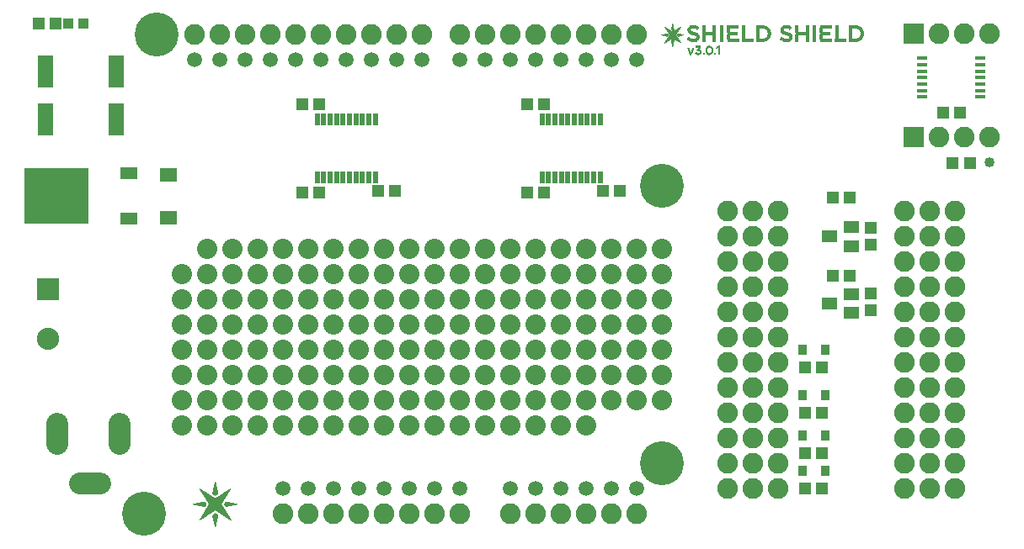
<source format=gts>
G75*
%MOIN*%
%OFA0B0*%
%FSLAX24Y24*%
%IPPOS*%
%LPD*%
%AMOC8*
5,1,8,0,0,1.08239X$1,22.5*
%
%ADD10R,0.0066X0.0003*%
%ADD11R,0.0114X0.0003*%
%ADD12R,0.0147X0.0003*%
%ADD13R,0.0147X0.0003*%
%ADD14R,0.0171X0.0003*%
%ADD15R,0.0108X0.0003*%
%ADD16R,0.0468X0.0003*%
%ADD17R,0.0438X0.0003*%
%ADD18R,0.0270X0.0003*%
%ADD19R,0.0198X0.0003*%
%ADD20R,0.0294X0.0003*%
%ADD21R,0.0294X0.0003*%
%ADD22R,0.0213X0.0003*%
%ADD23R,0.0312X0.0003*%
%ADD24R,0.0312X0.0003*%
%ADD25R,0.0231X0.0003*%
%ADD26R,0.0324X0.0003*%
%ADD27R,0.0324X0.0003*%
%ADD28R,0.0246X0.0003*%
%ADD29R,0.0336X0.0003*%
%ADD30R,0.0264X0.0003*%
%ADD31R,0.0348X0.0003*%
%ADD32R,0.0264X0.0003*%
%ADD33R,0.0276X0.0003*%
%ADD34R,0.0357X0.0003*%
%ADD35R,0.0357X0.0003*%
%ADD36R,0.0288X0.0003*%
%ADD37R,0.0366X0.0003*%
%ADD38R,0.0300X0.0003*%
%ADD39R,0.0372X0.0003*%
%ADD40R,0.0372X0.0003*%
%ADD41R,0.0381X0.0003*%
%ADD42R,0.0321X0.0003*%
%ADD43R,0.0387X0.0003*%
%ADD44R,0.0387X0.0003*%
%ADD45R,0.0333X0.0003*%
%ADD46R,0.0393X0.0003*%
%ADD47R,0.0342X0.0003*%
%ADD48R,0.0399X0.0003*%
%ADD49R,0.0342X0.0003*%
%ADD50R,0.0399X0.0003*%
%ADD51R,0.0351X0.0003*%
%ADD52R,0.0405X0.0003*%
%ADD53R,0.0411X0.0003*%
%ADD54R,0.0417X0.0003*%
%ADD55R,0.0417X0.0003*%
%ADD56R,0.0378X0.0003*%
%ADD57R,0.0420X0.0003*%
%ADD58R,0.0384X0.0003*%
%ADD59R,0.0426X0.0003*%
%ADD60R,0.0432X0.0003*%
%ADD61R,0.0432X0.0003*%
%ADD62R,0.0396X0.0003*%
%ADD63R,0.0435X0.0003*%
%ADD64R,0.0441X0.0003*%
%ADD65R,0.0444X0.0003*%
%ADD66R,0.0444X0.0003*%
%ADD67R,0.0447X0.0003*%
%ADD68R,0.0447X0.0003*%
%ADD69R,0.0453X0.0003*%
%ADD70R,0.0429X0.0003*%
%ADD71R,0.0456X0.0003*%
%ADD72R,0.0459X0.0003*%
%ADD73R,0.0459X0.0003*%
%ADD74R,0.0462X0.0003*%
%ADD75R,0.0462X0.0003*%
%ADD76R,0.0465X0.0003*%
%ADD77R,0.0471X0.0003*%
%ADD78R,0.0474X0.0003*%
%ADD79R,0.0474X0.0003*%
%ADD80R,0.0228X0.0003*%
%ADD81R,0.0477X0.0003*%
%ADD82R,0.0477X0.0003*%
%ADD83R,0.0207X0.0003*%
%ADD84R,0.0156X0.0003*%
%ADD85R,0.0480X0.0003*%
%ADD86R,0.0207X0.0003*%
%ADD87R,0.0192X0.0003*%
%ADD88R,0.0483X0.0003*%
%ADD89R,0.0192X0.0003*%
%ADD90R,0.0177X0.0003*%
%ADD91R,0.0144X0.0003*%
%ADD92R,0.0486X0.0003*%
%ADD93R,0.0177X0.0003*%
%ADD94R,0.0165X0.0003*%
%ADD95R,0.0135X0.0003*%
%ADD96R,0.0219X0.0003*%
%ADD97R,0.0219X0.0003*%
%ADD98R,0.0153X0.0003*%
%ADD99R,0.0132X0.0003*%
%ADD100R,0.0204X0.0003*%
%ADD101R,0.0132X0.0003*%
%ADD102R,0.0144X0.0003*%
%ADD103R,0.0129X0.0003*%
%ADD104R,0.0195X0.0003*%
%ADD105R,0.0129X0.0003*%
%ADD106R,0.0138X0.0003*%
%ADD107R,0.0123X0.0003*%
%ADD108R,0.0183X0.0003*%
%ADD109R,0.0117X0.0003*%
%ADD110R,0.0120X0.0003*%
%ADD111R,0.0174X0.0003*%
%ADD112R,0.0117X0.0003*%
%ADD113R,0.0174X0.0003*%
%ADD114R,0.0168X0.0003*%
%ADD115R,0.0102X0.0003*%
%ADD116R,0.0114X0.0003*%
%ADD117R,0.0096X0.0003*%
%ADD118R,0.0159X0.0003*%
%ADD119R,0.0087X0.0003*%
%ADD120R,0.0087X0.0003*%
%ADD121R,0.0081X0.0003*%
%ADD122R,0.0111X0.0003*%
%ADD123R,0.0072X0.0003*%
%ADD124R,0.0072X0.0003*%
%ADD125R,0.0150X0.0003*%
%ADD126R,0.0057X0.0003*%
%ADD127R,0.0054X0.0003*%
%ADD128R,0.0054X0.0003*%
%ADD129R,0.0048X0.0003*%
%ADD130R,0.0039X0.0003*%
%ADD131R,0.0141X0.0003*%
%ADD132R,0.0033X0.0003*%
%ADD133R,0.0105X0.0003*%
%ADD134R,0.0027X0.0003*%
%ADD135R,0.0027X0.0003*%
%ADD136R,0.0021X0.0003*%
%ADD137R,0.0015X0.0003*%
%ADD138R,0.0009X0.0003*%
%ADD139R,0.0009X0.0003*%
%ADD140R,0.0003X0.0003*%
%ADD141R,0.0126X0.0003*%
%ADD142R,0.0159X0.0003*%
%ADD143R,0.0162X0.0003*%
%ADD144R,0.0162X0.0003*%
%ADD145R,0.0180X0.0003*%
%ADD146R,0.0186X0.0003*%
%ADD147R,0.0216X0.0003*%
%ADD148R,0.0237X0.0003*%
%ADD149R,0.0522X0.0003*%
%ADD150R,0.0423X0.0003*%
%ADD151R,0.0522X0.0003*%
%ADD152R,0.0249X0.0003*%
%ADD153R,0.0249X0.0003*%
%ADD154R,0.0255X0.0003*%
%ADD155R,0.0279X0.0003*%
%ADD156R,0.0285X0.0003*%
%ADD157R,0.0291X0.0003*%
%ADD158R,0.0297X0.0003*%
%ADD159R,0.0297X0.0003*%
%ADD160R,0.0306X0.0003*%
%ADD161R,0.0309X0.0003*%
%ADD162R,0.0309X0.0003*%
%ADD163R,0.0315X0.0003*%
%ADD164R,0.0282X0.0003*%
%ADD165R,0.0267X0.0003*%
%ADD166R,0.0267X0.0003*%
%ADD167R,0.0258X0.0003*%
%ADD168R,0.0240X0.0003*%
%ADD169R,0.0201X0.0003*%
%ADD170R,0.0189X0.0003*%
%ADD171R,0.0006X0.0003*%
%ADD172R,0.0012X0.0003*%
%ADD173R,0.0012X0.0003*%
%ADD174R,0.0024X0.0003*%
%ADD175R,0.0024X0.0003*%
%ADD176R,0.0030X0.0003*%
%ADD177R,0.0042X0.0003*%
%ADD178R,0.0042X0.0003*%
%ADD179R,0.0051X0.0003*%
%ADD180R,0.0060X0.0003*%
%ADD181R,0.0063X0.0003*%
%ADD182R,0.0408X0.0003*%
%ADD183R,0.0402X0.0003*%
%ADD184R,0.0450X0.0003*%
%ADD185R,0.0402X0.0003*%
%ADD186R,0.0390X0.0003*%
%ADD187R,0.0375X0.0003*%
%ADD188R,0.0369X0.0003*%
%ADD189R,0.0369X0.0003*%
%ADD190R,0.0363X0.0003*%
%ADD191R,0.0354X0.0003*%
%ADD192R,0.0345X0.0003*%
%ADD193R,0.0339X0.0003*%
%ADD194R,0.0327X0.0003*%
%ADD195R,0.0327X0.0003*%
%ADD196R,0.0318X0.0003*%
%ADD197R,0.0252X0.0003*%
%ADD198R,0.0252X0.0003*%
%ADD199R,0.0237X0.0003*%
%ADD200R,0.0339X0.0003*%
%ADD201R,0.0225X0.0003*%
%ADD202R,0.0189X0.0003*%
%ADD203R,0.0034X0.0002*%
%ADD204R,0.0032X0.0002*%
%ADD205R,0.0058X0.0002*%
%ADD206R,0.0051X0.0002*%
%ADD207R,0.0074X0.0002*%
%ADD208R,0.0067X0.0002*%
%ADD209R,0.0053X0.0002*%
%ADD210R,0.0085X0.0002*%
%ADD211R,0.0078X0.0002*%
%ADD212R,0.0054X0.0002*%
%ADD213R,0.0096X0.0002*%
%ADD214R,0.0064X0.0002*%
%ADD215R,0.0090X0.0002*%
%ADD216R,0.0064X0.0002*%
%ADD217R,0.0058X0.0002*%
%ADD218R,0.0056X0.0002*%
%ADD219R,0.0106X0.0002*%
%ADD220R,0.0098X0.0002*%
%ADD221R,0.0115X0.0002*%
%ADD222R,0.0106X0.0002*%
%ADD223R,0.0059X0.0002*%
%ADD224R,0.0122X0.0002*%
%ADD225R,0.0112X0.0002*%
%ADD226R,0.0130X0.0002*%
%ADD227R,0.0120X0.0002*%
%ADD228R,0.0061X0.0002*%
%ADD229R,0.0136X0.0002*%
%ADD230R,0.0126X0.0002*%
%ADD231R,0.0062X0.0002*%
%ADD232R,0.0142X0.0002*%
%ADD233R,0.0131X0.0002*%
%ADD234R,0.0147X0.0002*%
%ADD235R,0.0138X0.0002*%
%ADD236R,0.0066X0.0002*%
%ADD237R,0.0154X0.0002*%
%ADD238R,0.0144X0.0002*%
%ADD239R,0.0158X0.0002*%
%ADD240R,0.0163X0.0002*%
%ADD241R,0.0069X0.0002*%
%ADD242R,0.0168X0.0002*%
%ADD243R,0.0157X0.0002*%
%ADD244R,0.0173X0.0002*%
%ADD245R,0.0162X0.0002*%
%ADD246R,0.0072X0.0002*%
%ADD247R,0.0176X0.0002*%
%ADD248R,0.0166X0.0002*%
%ADD249R,0.0179X0.0002*%
%ADD250R,0.0170X0.0002*%
%ADD251R,0.0186X0.0002*%
%ADD252R,0.0174X0.0002*%
%ADD253R,0.0075X0.0002*%
%ADD254R,0.0189X0.0002*%
%ADD255R,0.0178X0.0002*%
%ADD256R,0.0077X0.0002*%
%ADD257R,0.0190X0.0002*%
%ADD258R,0.0181X0.0002*%
%ADD259R,0.0195X0.0002*%
%ADD260R,0.0184X0.0002*%
%ADD261R,0.0198X0.0002*%
%ADD262R,0.0080X0.0002*%
%ADD263R,0.0202X0.0002*%
%ADD264R,0.0192X0.0002*%
%ADD265R,0.0082X0.0002*%
%ADD266R,0.0205X0.0002*%
%ADD267R,0.0083X0.0002*%
%ADD268R,0.0208X0.0002*%
%ADD269R,0.0198X0.0002*%
%ADD270R,0.0211X0.0002*%
%ADD271R,0.0200X0.0002*%
%ADD272R,0.0213X0.0002*%
%ADD273R,0.0203X0.0002*%
%ADD274R,0.0088X0.0002*%
%ADD275R,0.0216X0.0002*%
%ADD276R,0.0206X0.0002*%
%ADD277R,0.0219X0.0002*%
%ADD278R,0.0210X0.0002*%
%ADD279R,0.0221X0.0002*%
%ADD280R,0.0211X0.0002*%
%ADD281R,0.0091X0.0002*%
%ADD282R,0.0224X0.0002*%
%ADD283R,0.0214X0.0002*%
%ADD284R,0.0226X0.0002*%
%ADD285R,0.0094X0.0002*%
%ADD286R,0.0109X0.0002*%
%ADD287R,0.0101X0.0002*%
%ADD288R,0.0091X0.0002*%
%ADD289R,0.0086X0.0002*%
%ADD290R,0.0093X0.0002*%
%ADD291R,0.0070X0.0002*%
%ADD292R,0.0078X0.0002*%
%ADD293R,0.0102X0.0002*%
%ADD294R,0.0072X0.0002*%
%ADD295R,0.0104X0.0002*%
%ADD296R,0.0066X0.0002*%
%ADD297R,0.0107X0.0002*%
%ADD298R,0.0110X0.0002*%
%ADD299R,0.0050X0.0002*%
%ADD300R,0.0046X0.0002*%
%ADD301R,0.0042X0.0002*%
%ADD302R,0.0038X0.0002*%
%ADD303R,0.0035X0.0002*%
%ADD304R,0.0032X0.0002*%
%ADD305R,0.0059X0.0002*%
%ADD306R,0.0070X0.0002*%
%ADD307R,0.0029X0.0002*%
%ADD308R,0.0026X0.0002*%
%ADD309R,0.0022X0.0002*%
%ADD310R,0.0019X0.0002*%
%ADD311R,0.0016X0.0002*%
%ADD312R,0.0011X0.0002*%
%ADD313R,0.0008X0.0002*%
%ADD314R,0.0005X0.0002*%
%ADD315R,0.0002X0.0002*%
%ADD316R,0.0149X0.0002*%
%ADD317R,0.0146X0.0002*%
%ADD318R,0.0141X0.0002*%
%ADD319R,0.0139X0.0002*%
%ADD320R,0.0138X0.0002*%
%ADD321R,0.0134X0.0002*%
%ADD322R,0.0133X0.0002*%
%ADD323R,0.0128X0.0002*%
%ADD324R,0.0123X0.0002*%
%ADD325R,0.0118X0.0002*%
%ADD326R,0.0112X0.0002*%
%ADD327R,0.0010X0.0002*%
%ADD328R,0.0040X0.0002*%
%ADD329R,0.0048X0.0002*%
%ADD330R,0.0125X0.0002*%
%ADD331R,0.0218X0.0002*%
%ADD332R,0.0222X0.0002*%
%ADD333R,0.0197X0.0002*%
%ADD334R,0.0194X0.0002*%
%ADD335R,0.0192X0.0002*%
%ADD336R,0.0187X0.0002*%
%ADD337R,0.0131X0.0002*%
%ADD338R,0.0117X0.0002*%
%ADD339R,0.0152X0.0002*%
%ADD340R,0.0098X0.0002*%
%ADD341R,0.0043X0.0002*%
%ADD342R,0.0030X0.0002*%
%ADD343C,0.0820*%
%ADD344R,0.2521X0.2206*%
%ADD345R,0.0710X0.0474*%
%ADD346R,0.0631X0.1261*%
%ADD347R,0.0659X0.0580*%
%ADD348R,0.0395X0.0395*%
%ADD349R,0.0513X0.0474*%
%ADD350R,0.0880X0.0880*%
%ADD351C,0.0880*%
%ADD352R,0.0328X0.0407*%
%ADD353C,0.0867*%
%ADD354R,0.0200X0.0470*%
%ADD355R,0.0394X0.0177*%
%ADD356R,0.0631X0.0474*%
%ADD357R,0.0474X0.0513*%
%ADD358R,0.0820X0.0820*%
%ADD359C,0.0010*%
%ADD360C,0.0400*%
%ADD361C,0.0595*%
%ADD362C,0.1740*%
%ADD363C,0.0800*%
D10*
X053987Y022588D03*
X053801Y022735D03*
X057479Y022735D03*
X057665Y022588D03*
D11*
X057665Y022591D03*
X057824Y022720D03*
X057827Y022723D03*
X057827Y022726D03*
X057833Y022795D03*
X057833Y022798D03*
X057830Y022801D03*
X057788Y023119D03*
X057497Y023104D03*
X057494Y023098D03*
X057488Y023032D03*
X057488Y023029D03*
X057488Y023026D03*
X056984Y022939D03*
X056984Y022936D03*
X056984Y022888D03*
X056984Y022885D03*
X056984Y022882D03*
X054155Y022798D03*
X054155Y022795D03*
X054152Y022801D03*
X054149Y022726D03*
X054149Y022723D03*
X053987Y022591D03*
X053813Y023023D03*
X053810Y023026D03*
X053810Y023029D03*
X053810Y023032D03*
X053819Y023104D03*
X054110Y023119D03*
X060659Y022861D03*
X060662Y022882D03*
X060662Y022885D03*
X060662Y022888D03*
X060662Y022936D03*
X060662Y022939D03*
D12*
X060601Y023080D03*
X060601Y022741D03*
X054121Y022693D03*
X053986Y022594D03*
X053836Y022993D03*
D13*
X056923Y023080D03*
X056923Y022741D03*
X056920Y022738D03*
X057514Y022993D03*
X057799Y022693D03*
X057664Y022594D03*
X060598Y022738D03*
D14*
X060571Y023104D03*
X057793Y022843D03*
X057784Y022687D03*
X057664Y022597D03*
X056893Y023104D03*
X054115Y022843D03*
X054106Y022687D03*
X053986Y022597D03*
D15*
X054153Y022732D03*
X054155Y022741D03*
X054155Y022744D03*
X054155Y022747D03*
X054158Y022753D03*
X054158Y022756D03*
X054158Y022759D03*
X054158Y022762D03*
X054158Y022765D03*
X054158Y022768D03*
X054158Y022771D03*
X054158Y022774D03*
X054158Y022777D03*
X054158Y022780D03*
X054398Y022780D03*
X054398Y022777D03*
X054398Y022774D03*
X054398Y022771D03*
X054398Y022768D03*
X054398Y022765D03*
X054398Y022762D03*
X054398Y022759D03*
X054398Y022756D03*
X054398Y022753D03*
X054398Y022750D03*
X054398Y022747D03*
X054398Y022744D03*
X054398Y022741D03*
X054398Y022738D03*
X054398Y022735D03*
X054398Y022732D03*
X054398Y022729D03*
X054398Y022726D03*
X054398Y022723D03*
X054398Y022720D03*
X054398Y022717D03*
X054398Y022714D03*
X054398Y022711D03*
X054398Y022708D03*
X054398Y022705D03*
X054398Y022702D03*
X054398Y022699D03*
X054398Y022696D03*
X054398Y022693D03*
X054398Y022690D03*
X054398Y022687D03*
X054398Y022684D03*
X054398Y022681D03*
X054398Y022678D03*
X054398Y022675D03*
X054398Y022672D03*
X054398Y022669D03*
X054398Y022666D03*
X054398Y022663D03*
X054398Y022660D03*
X054398Y022657D03*
X054398Y022654D03*
X054398Y022651D03*
X054398Y022648D03*
X054398Y022645D03*
X054398Y022642D03*
X054398Y022639D03*
X054398Y022636D03*
X054398Y022633D03*
X054398Y022630D03*
X054398Y022627D03*
X054398Y022624D03*
X054398Y022621D03*
X054398Y022618D03*
X054398Y022615D03*
X054398Y022612D03*
X054398Y022609D03*
X054398Y022606D03*
X054398Y022603D03*
X054398Y022600D03*
X054398Y022597D03*
X054398Y022783D03*
X054398Y022786D03*
X054398Y022789D03*
X054398Y022792D03*
X054398Y022795D03*
X054398Y022798D03*
X054398Y022801D03*
X054398Y022804D03*
X054398Y022807D03*
X054398Y022810D03*
X054398Y022813D03*
X054398Y022816D03*
X054398Y022819D03*
X054398Y022822D03*
X054398Y022825D03*
X054398Y022828D03*
X054398Y022831D03*
X054398Y022834D03*
X054398Y022837D03*
X054398Y022840D03*
X054398Y022843D03*
X054398Y022846D03*
X054398Y022849D03*
X054398Y022852D03*
X054398Y022855D03*
X054398Y022858D03*
X054398Y022861D03*
X054398Y022966D03*
X054398Y022969D03*
X054398Y022972D03*
X054398Y022975D03*
X054398Y022978D03*
X054398Y022981D03*
X054398Y022984D03*
X054398Y022987D03*
X054398Y022990D03*
X054398Y022993D03*
X054398Y022996D03*
X054398Y022999D03*
X054398Y023002D03*
X054398Y023005D03*
X054398Y023008D03*
X054398Y023011D03*
X054398Y023014D03*
X054398Y023017D03*
X054398Y023020D03*
X054398Y023023D03*
X054398Y023026D03*
X054398Y023029D03*
X054398Y023032D03*
X054398Y023035D03*
X054398Y023038D03*
X054398Y023041D03*
X054398Y023044D03*
X054398Y023047D03*
X054398Y023050D03*
X054398Y023053D03*
X054398Y023056D03*
X054398Y023059D03*
X054398Y023062D03*
X054398Y023065D03*
X054398Y023068D03*
X054398Y023071D03*
X054398Y023074D03*
X054398Y023077D03*
X054398Y023080D03*
X054398Y023083D03*
X054398Y023086D03*
X054398Y023089D03*
X054398Y023092D03*
X054398Y023095D03*
X054398Y023098D03*
X054398Y023101D03*
X054398Y023104D03*
X054398Y023107D03*
X054398Y023110D03*
X054398Y023113D03*
X054398Y023116D03*
X054398Y023119D03*
X054398Y023122D03*
X054398Y023125D03*
X054398Y023128D03*
X054398Y023131D03*
X054398Y023134D03*
X054398Y023137D03*
X054398Y023140D03*
X054398Y023143D03*
X054398Y023146D03*
X054398Y023149D03*
X054398Y023152D03*
X054398Y023155D03*
X054398Y023158D03*
X054398Y023161D03*
X054398Y023164D03*
X054398Y023167D03*
X054398Y023170D03*
X054398Y023173D03*
X054398Y023176D03*
X054398Y023179D03*
X054398Y023182D03*
X054398Y023185D03*
X054398Y023188D03*
X054398Y023191D03*
X054398Y023194D03*
X054398Y023197D03*
X054398Y023200D03*
X054398Y023203D03*
X054398Y023206D03*
X054398Y023209D03*
X054398Y023212D03*
X054398Y023215D03*
X054398Y023218D03*
X054398Y023221D03*
X054398Y023224D03*
X054113Y023116D03*
X053810Y023083D03*
X053810Y023080D03*
X053810Y023077D03*
X053808Y023071D03*
X053808Y023068D03*
X053808Y023065D03*
X053808Y023062D03*
X053808Y023059D03*
X053808Y023056D03*
X053808Y023053D03*
X053808Y023050D03*
X053808Y023047D03*
X053808Y023044D03*
X053808Y022717D03*
X054813Y022717D03*
X054813Y022714D03*
X054813Y022711D03*
X054813Y022708D03*
X054813Y022705D03*
X054813Y022702D03*
X054813Y022699D03*
X054813Y022696D03*
X054813Y022693D03*
X054813Y022690D03*
X054813Y022687D03*
X054813Y022684D03*
X054813Y022681D03*
X054813Y022678D03*
X054813Y022675D03*
X054813Y022672D03*
X054813Y022669D03*
X054813Y022666D03*
X054813Y022663D03*
X054813Y022660D03*
X054813Y022657D03*
X054813Y022654D03*
X054813Y022651D03*
X054813Y022648D03*
X054813Y022645D03*
X054813Y022642D03*
X054813Y022639D03*
X054813Y022636D03*
X054813Y022633D03*
X054813Y022630D03*
X054813Y022627D03*
X054813Y022624D03*
X054813Y022621D03*
X054813Y022618D03*
X054813Y022615D03*
X054813Y022612D03*
X054813Y022609D03*
X054813Y022606D03*
X054813Y022603D03*
X054813Y022600D03*
X054813Y022597D03*
X054813Y022720D03*
X054813Y022723D03*
X054813Y022726D03*
X054813Y022729D03*
X054813Y022732D03*
X054813Y022735D03*
X054813Y022738D03*
X054813Y022741D03*
X054813Y022744D03*
X054813Y022747D03*
X054813Y022750D03*
X054813Y022753D03*
X054813Y022756D03*
X054813Y022759D03*
X054813Y022762D03*
X054813Y022765D03*
X054813Y022768D03*
X054813Y022771D03*
X054813Y022774D03*
X054813Y022777D03*
X054813Y022780D03*
X054813Y022783D03*
X054813Y022786D03*
X054813Y022789D03*
X054813Y022792D03*
X054813Y022795D03*
X054813Y022798D03*
X054813Y022801D03*
X054813Y022804D03*
X054813Y022807D03*
X054813Y022810D03*
X054813Y022813D03*
X054813Y022816D03*
X054813Y022819D03*
X054813Y022822D03*
X054813Y022825D03*
X054813Y022828D03*
X054813Y022831D03*
X054813Y022834D03*
X054813Y022837D03*
X054813Y022840D03*
X054813Y022843D03*
X054813Y022846D03*
X054813Y022849D03*
X054813Y022852D03*
X054813Y022855D03*
X054813Y022858D03*
X054813Y022861D03*
X054813Y022966D03*
X054813Y022969D03*
X054813Y022972D03*
X054813Y022975D03*
X054813Y022978D03*
X054813Y022981D03*
X054813Y022984D03*
X054813Y022987D03*
X054813Y022990D03*
X054813Y022993D03*
X054813Y022996D03*
X054813Y022999D03*
X054813Y023002D03*
X054813Y023005D03*
X054813Y023008D03*
X054813Y023011D03*
X054813Y023014D03*
X054813Y023017D03*
X054813Y023020D03*
X054813Y023023D03*
X054813Y023026D03*
X054813Y023029D03*
X054813Y023032D03*
X054813Y023035D03*
X054813Y023038D03*
X054813Y023041D03*
X054813Y023044D03*
X054813Y023047D03*
X054813Y023050D03*
X054813Y023053D03*
X054813Y023056D03*
X054813Y023059D03*
X054813Y023062D03*
X054813Y023065D03*
X054813Y023068D03*
X054813Y023071D03*
X054813Y023074D03*
X054813Y023077D03*
X054813Y023080D03*
X054813Y023083D03*
X054813Y023086D03*
X054813Y023089D03*
X054813Y023092D03*
X054813Y023095D03*
X054813Y023098D03*
X054813Y023101D03*
X054813Y023104D03*
X054813Y023107D03*
X054813Y023110D03*
X054813Y023113D03*
X054813Y023116D03*
X054813Y023119D03*
X054813Y023122D03*
X054813Y023125D03*
X054813Y023128D03*
X054813Y023131D03*
X054813Y023134D03*
X054813Y023137D03*
X054813Y023140D03*
X054813Y023143D03*
X054813Y023146D03*
X054813Y023149D03*
X054813Y023152D03*
X054813Y023155D03*
X054813Y023158D03*
X054813Y023161D03*
X054813Y023164D03*
X054813Y023167D03*
X054813Y023170D03*
X054813Y023173D03*
X054813Y023176D03*
X054813Y023179D03*
X054813Y023182D03*
X054813Y023185D03*
X054813Y023188D03*
X054813Y023191D03*
X054813Y023194D03*
X054813Y023197D03*
X054813Y023200D03*
X054813Y023203D03*
X054813Y023206D03*
X054813Y023209D03*
X054813Y023212D03*
X054813Y023215D03*
X054813Y023218D03*
X054813Y023221D03*
X054813Y023224D03*
X055091Y023224D03*
X055091Y023221D03*
X055091Y023218D03*
X055091Y023215D03*
X055091Y023212D03*
X055091Y023209D03*
X055091Y023206D03*
X055091Y023203D03*
X055091Y023200D03*
X055091Y023197D03*
X055091Y023194D03*
X055091Y023191D03*
X055091Y023188D03*
X055091Y023185D03*
X055091Y023182D03*
X055091Y023179D03*
X055091Y023176D03*
X055091Y023173D03*
X055091Y023170D03*
X055091Y023167D03*
X055091Y023164D03*
X055091Y023161D03*
X055091Y023158D03*
X055091Y023155D03*
X055091Y023152D03*
X055091Y023149D03*
X055091Y023146D03*
X055091Y023143D03*
X055091Y023140D03*
X055091Y023137D03*
X055091Y023134D03*
X055091Y023131D03*
X055091Y023128D03*
X055091Y023125D03*
X055091Y023122D03*
X055091Y023119D03*
X055091Y023116D03*
X055091Y023113D03*
X055091Y023110D03*
X055091Y023107D03*
X055091Y023104D03*
X055091Y023101D03*
X055091Y023098D03*
X055091Y023095D03*
X055091Y023092D03*
X055091Y023089D03*
X055091Y023086D03*
X055091Y023083D03*
X055091Y023080D03*
X055091Y023077D03*
X055091Y023074D03*
X055091Y023071D03*
X055091Y023068D03*
X055091Y023065D03*
X055091Y023062D03*
X055091Y023059D03*
X055091Y023056D03*
X055091Y023053D03*
X055091Y023050D03*
X055091Y023047D03*
X055091Y023044D03*
X055091Y023041D03*
X055091Y023038D03*
X055091Y023035D03*
X055091Y023032D03*
X055091Y023029D03*
X055091Y023026D03*
X055091Y023023D03*
X055091Y023020D03*
X055091Y023017D03*
X055091Y023014D03*
X055091Y023011D03*
X055091Y023008D03*
X055091Y023005D03*
X055091Y023002D03*
X055091Y022999D03*
X055091Y022996D03*
X055091Y022993D03*
X055091Y022990D03*
X055091Y022987D03*
X055091Y022984D03*
X055091Y022981D03*
X055091Y022978D03*
X055091Y022975D03*
X055091Y022972D03*
X055091Y022969D03*
X055091Y022966D03*
X055091Y022963D03*
X055091Y022960D03*
X055091Y022957D03*
X055091Y022954D03*
X055091Y022951D03*
X055091Y022948D03*
X055091Y022945D03*
X055091Y022942D03*
X055091Y022939D03*
X055091Y022936D03*
X055091Y022933D03*
X055091Y022930D03*
X055091Y022927D03*
X055091Y022924D03*
X055091Y022921D03*
X055091Y022918D03*
X055091Y022915D03*
X055091Y022912D03*
X055091Y022909D03*
X055091Y022906D03*
X055091Y022903D03*
X055091Y022900D03*
X055091Y022897D03*
X055091Y022894D03*
X055091Y022891D03*
X055091Y022888D03*
X055091Y022885D03*
X055091Y022882D03*
X055091Y022879D03*
X055091Y022876D03*
X055091Y022873D03*
X055091Y022870D03*
X055091Y022867D03*
X055091Y022864D03*
X055091Y022861D03*
X055091Y022858D03*
X055091Y022855D03*
X055091Y022852D03*
X055091Y022849D03*
X055091Y022846D03*
X055091Y022843D03*
X055091Y022840D03*
X055091Y022837D03*
X055091Y022834D03*
X055091Y022831D03*
X055091Y022828D03*
X055091Y022825D03*
X055091Y022822D03*
X055091Y022819D03*
X055091Y022816D03*
X055091Y022813D03*
X055091Y022810D03*
X055091Y022807D03*
X055091Y022804D03*
X055091Y022801D03*
X055091Y022798D03*
X055091Y022795D03*
X055091Y022792D03*
X055091Y022789D03*
X055091Y022786D03*
X055091Y022783D03*
X055091Y022780D03*
X055091Y022777D03*
X055091Y022774D03*
X055091Y022771D03*
X055091Y022768D03*
X055091Y022765D03*
X055091Y022762D03*
X055091Y022759D03*
X055091Y022756D03*
X055091Y022753D03*
X055091Y022750D03*
X055091Y022747D03*
X055091Y022744D03*
X055091Y022741D03*
X055091Y022738D03*
X055091Y022735D03*
X055091Y022732D03*
X055091Y022729D03*
X055091Y022726D03*
X055091Y022723D03*
X055091Y022720D03*
X055091Y022717D03*
X055091Y022714D03*
X055091Y022711D03*
X055091Y022708D03*
X055091Y022705D03*
X055091Y022702D03*
X055091Y022699D03*
X055091Y022696D03*
X055091Y022693D03*
X055091Y022690D03*
X055091Y022687D03*
X055091Y022684D03*
X055091Y022681D03*
X055091Y022678D03*
X055091Y022675D03*
X055091Y022672D03*
X055091Y022669D03*
X055091Y022666D03*
X055091Y022663D03*
X055091Y022660D03*
X055091Y022657D03*
X055091Y022654D03*
X055091Y022651D03*
X055091Y022648D03*
X055091Y022645D03*
X055091Y022642D03*
X055091Y022639D03*
X055091Y022636D03*
X055091Y022633D03*
X055091Y022630D03*
X055091Y022627D03*
X055091Y022624D03*
X055091Y022621D03*
X055091Y022618D03*
X055091Y022615D03*
X055091Y022612D03*
X055091Y022609D03*
X055091Y022606D03*
X055091Y022603D03*
X055091Y022600D03*
X055091Y022597D03*
X055368Y022696D03*
X055368Y022699D03*
X055368Y022702D03*
X055368Y022705D03*
X055368Y022708D03*
X055368Y022711D03*
X055368Y022714D03*
X055368Y022717D03*
X055368Y022720D03*
X055368Y022723D03*
X055368Y022726D03*
X055368Y022729D03*
X055368Y022732D03*
X055368Y022735D03*
X055368Y022738D03*
X055368Y022741D03*
X055368Y022744D03*
X055368Y022747D03*
X055368Y022750D03*
X055368Y022753D03*
X055368Y022756D03*
X055368Y022759D03*
X055368Y022762D03*
X055368Y022765D03*
X055368Y022768D03*
X055368Y022771D03*
X055368Y022774D03*
X055368Y022777D03*
X055368Y022780D03*
X055368Y022783D03*
X055368Y022786D03*
X055368Y022789D03*
X055368Y022792D03*
X055368Y022795D03*
X055368Y022798D03*
X055368Y022801D03*
X055368Y022804D03*
X055368Y022807D03*
X055368Y022810D03*
X055368Y022813D03*
X055368Y022816D03*
X055368Y022819D03*
X055368Y022822D03*
X055368Y022825D03*
X055368Y022828D03*
X055368Y022831D03*
X055368Y022834D03*
X055368Y022837D03*
X055368Y022840D03*
X055368Y022843D03*
X055368Y022846D03*
X055368Y022849D03*
X055368Y022852D03*
X055368Y022855D03*
X055368Y022858D03*
X055368Y022861D03*
X055368Y022963D03*
X055368Y022966D03*
X055368Y022969D03*
X055368Y022972D03*
X055368Y022975D03*
X055368Y022978D03*
X055368Y022981D03*
X055368Y022984D03*
X055368Y022987D03*
X055368Y022990D03*
X055368Y022993D03*
X055368Y022996D03*
X055368Y022999D03*
X055368Y023002D03*
X055368Y023005D03*
X055368Y023008D03*
X055368Y023011D03*
X055368Y023014D03*
X055368Y023017D03*
X055368Y023020D03*
X055368Y023023D03*
X055368Y023026D03*
X055368Y023029D03*
X055368Y023032D03*
X055368Y023035D03*
X055368Y023038D03*
X055368Y023041D03*
X055368Y023044D03*
X055368Y023047D03*
X055368Y023050D03*
X055368Y023053D03*
X055368Y023056D03*
X055368Y023059D03*
X055368Y023062D03*
X055368Y023065D03*
X055368Y023068D03*
X055368Y023071D03*
X055368Y023074D03*
X055368Y023077D03*
X055368Y023080D03*
X055368Y023083D03*
X055368Y023086D03*
X055368Y023089D03*
X055368Y023092D03*
X055368Y023095D03*
X055368Y023098D03*
X055368Y023101D03*
X055368Y023104D03*
X055368Y023107D03*
X055368Y023110D03*
X055368Y023113D03*
X055368Y023116D03*
X055368Y023119D03*
X055368Y023122D03*
X055368Y023125D03*
X055970Y023125D03*
X055970Y023122D03*
X055970Y023119D03*
X055970Y023116D03*
X055970Y023113D03*
X055970Y023110D03*
X055970Y023107D03*
X055970Y023104D03*
X055970Y023101D03*
X055970Y023098D03*
X055970Y023095D03*
X055970Y023092D03*
X055970Y023089D03*
X055970Y023086D03*
X055970Y023083D03*
X055970Y023080D03*
X055970Y023077D03*
X055970Y023074D03*
X055970Y023071D03*
X055970Y023068D03*
X055970Y023065D03*
X055970Y023062D03*
X055970Y023059D03*
X055970Y023056D03*
X055970Y023053D03*
X055970Y023050D03*
X055970Y023047D03*
X055970Y023044D03*
X055970Y023041D03*
X055970Y023038D03*
X055970Y023035D03*
X055970Y023032D03*
X055970Y023029D03*
X055970Y023026D03*
X055970Y023023D03*
X055970Y023020D03*
X055970Y023017D03*
X055970Y023014D03*
X055970Y023011D03*
X055970Y023008D03*
X055970Y023005D03*
X055970Y023002D03*
X055970Y022999D03*
X055970Y022996D03*
X055970Y022993D03*
X055970Y022990D03*
X055970Y022987D03*
X055970Y022984D03*
X055970Y022981D03*
X055970Y022978D03*
X055970Y022975D03*
X055970Y022972D03*
X055970Y022969D03*
X055970Y022966D03*
X055970Y022963D03*
X055970Y022960D03*
X055970Y022957D03*
X055970Y022954D03*
X055970Y022951D03*
X055970Y022948D03*
X055970Y022945D03*
X055970Y022942D03*
X055970Y022939D03*
X055970Y022936D03*
X055970Y022933D03*
X055970Y022930D03*
X055970Y022927D03*
X055970Y022924D03*
X055970Y022921D03*
X055970Y022918D03*
X055970Y022915D03*
X055970Y022912D03*
X055970Y022909D03*
X055970Y022906D03*
X055970Y022903D03*
X055970Y022900D03*
X055970Y022897D03*
X055970Y022894D03*
X055970Y022891D03*
X055970Y022888D03*
X055970Y022885D03*
X055970Y022882D03*
X055970Y022879D03*
X055970Y022876D03*
X055970Y022873D03*
X055970Y022870D03*
X055970Y022867D03*
X055970Y022864D03*
X055970Y022861D03*
X055970Y022858D03*
X055970Y022855D03*
X055970Y022852D03*
X055970Y022849D03*
X055970Y022846D03*
X055970Y022843D03*
X055970Y022840D03*
X055970Y022837D03*
X055970Y022834D03*
X055970Y022831D03*
X055970Y022828D03*
X055970Y022825D03*
X055970Y022822D03*
X055970Y022819D03*
X055970Y022816D03*
X055970Y022813D03*
X055970Y022810D03*
X055970Y022807D03*
X055970Y022804D03*
X055970Y022801D03*
X055970Y022798D03*
X055970Y022795D03*
X055970Y022792D03*
X055970Y022789D03*
X055970Y022786D03*
X055970Y022783D03*
X055970Y022780D03*
X055970Y022777D03*
X055970Y022774D03*
X055970Y022771D03*
X055970Y022768D03*
X055970Y022765D03*
X055970Y022762D03*
X055970Y022759D03*
X055970Y022756D03*
X055970Y022753D03*
X055970Y022750D03*
X055970Y022747D03*
X055970Y022744D03*
X055970Y022741D03*
X055970Y022738D03*
X055970Y022735D03*
X055970Y022732D03*
X055970Y022729D03*
X055970Y022726D03*
X055970Y022723D03*
X055970Y022720D03*
X055970Y022717D03*
X055970Y022714D03*
X055970Y022711D03*
X055970Y022708D03*
X055970Y022705D03*
X055970Y022702D03*
X055970Y022699D03*
X055970Y023128D03*
X055970Y023131D03*
X055970Y023134D03*
X055970Y023137D03*
X055970Y023140D03*
X055970Y023143D03*
X055970Y023146D03*
X055970Y023149D03*
X055970Y023152D03*
X055970Y023155D03*
X055970Y023158D03*
X055970Y023161D03*
X055970Y023164D03*
X055970Y023167D03*
X055970Y023170D03*
X055970Y023173D03*
X055970Y023176D03*
X055970Y023179D03*
X055970Y023182D03*
X055970Y023185D03*
X055970Y023188D03*
X055970Y023191D03*
X055970Y023194D03*
X055970Y023197D03*
X055970Y023200D03*
X055970Y023203D03*
X055970Y023206D03*
X055970Y023209D03*
X055970Y023212D03*
X055970Y023215D03*
X055970Y023218D03*
X055970Y023221D03*
X055970Y023224D03*
X056528Y023122D03*
X056528Y023119D03*
X056528Y023116D03*
X056528Y023113D03*
X056528Y023110D03*
X056528Y023107D03*
X056528Y023104D03*
X056528Y023101D03*
X056528Y023098D03*
X056528Y023095D03*
X056528Y023092D03*
X056528Y023089D03*
X056528Y023086D03*
X056528Y023083D03*
X056528Y023080D03*
X056528Y023077D03*
X056528Y023074D03*
X056528Y023071D03*
X056528Y023068D03*
X056528Y023065D03*
X056528Y023062D03*
X056528Y023059D03*
X056528Y023056D03*
X056528Y023053D03*
X056528Y023050D03*
X056528Y023047D03*
X056528Y023044D03*
X056528Y023041D03*
X056528Y023038D03*
X056528Y023035D03*
X056528Y023032D03*
X056528Y023029D03*
X056528Y023026D03*
X056528Y023023D03*
X056528Y023020D03*
X056528Y023017D03*
X056528Y023014D03*
X056528Y023011D03*
X056528Y023008D03*
X056528Y023005D03*
X056528Y023002D03*
X056528Y022999D03*
X056528Y022996D03*
X056528Y022993D03*
X056528Y022990D03*
X056528Y022987D03*
X056528Y022984D03*
X056528Y022981D03*
X056528Y022978D03*
X056528Y022975D03*
X056528Y022972D03*
X056528Y022969D03*
X056528Y022966D03*
X056528Y022963D03*
X056528Y022960D03*
X056528Y022957D03*
X056528Y022954D03*
X056528Y022951D03*
X056528Y022948D03*
X056528Y022945D03*
X056528Y022942D03*
X056528Y022939D03*
X056528Y022936D03*
X056528Y022933D03*
X056528Y022930D03*
X056528Y022927D03*
X056528Y022924D03*
X056528Y022921D03*
X056528Y022918D03*
X056528Y022915D03*
X056528Y022912D03*
X056528Y022909D03*
X056528Y022906D03*
X056528Y022903D03*
X056528Y022900D03*
X056528Y022897D03*
X056528Y022894D03*
X056528Y022891D03*
X056528Y022888D03*
X056528Y022885D03*
X056528Y022882D03*
X056528Y022879D03*
X056528Y022876D03*
X056528Y022873D03*
X056528Y022870D03*
X056528Y022867D03*
X056528Y022864D03*
X056528Y022861D03*
X056528Y022858D03*
X056528Y022855D03*
X056528Y022852D03*
X056528Y022849D03*
X056528Y022846D03*
X056528Y022843D03*
X056528Y022840D03*
X056528Y022837D03*
X056528Y022834D03*
X056528Y022831D03*
X056528Y022828D03*
X056528Y022825D03*
X056528Y022822D03*
X056528Y022819D03*
X056528Y022816D03*
X056528Y022813D03*
X056528Y022810D03*
X056528Y022807D03*
X056528Y022804D03*
X056528Y022801D03*
X056528Y022798D03*
X056528Y022795D03*
X056528Y022792D03*
X056528Y022789D03*
X056528Y022786D03*
X056528Y022783D03*
X056528Y022780D03*
X056528Y022777D03*
X056528Y022774D03*
X056528Y022771D03*
X056528Y022768D03*
X056528Y022765D03*
X056528Y022762D03*
X056528Y022759D03*
X056528Y022756D03*
X056528Y022753D03*
X056528Y022750D03*
X056528Y022747D03*
X056528Y022744D03*
X056528Y022741D03*
X056528Y022738D03*
X056528Y022735D03*
X056528Y022732D03*
X056528Y022729D03*
X056528Y022726D03*
X056528Y022723D03*
X056528Y022720D03*
X056528Y022717D03*
X056528Y022714D03*
X056528Y022711D03*
X056528Y022708D03*
X056528Y022705D03*
X056528Y022702D03*
X056528Y022699D03*
X057485Y022717D03*
X057485Y023044D03*
X057485Y023047D03*
X057485Y023050D03*
X057485Y023053D03*
X057485Y023056D03*
X057485Y023059D03*
X057485Y023062D03*
X057485Y023065D03*
X057485Y023068D03*
X057485Y023071D03*
X057488Y023077D03*
X057488Y023080D03*
X057488Y023083D03*
X057791Y023116D03*
X058076Y023116D03*
X058076Y023113D03*
X058076Y023110D03*
X058076Y023107D03*
X058076Y023104D03*
X058076Y023101D03*
X058076Y023098D03*
X058076Y023095D03*
X058076Y023092D03*
X058076Y023089D03*
X058076Y023086D03*
X058076Y023083D03*
X058076Y023080D03*
X058076Y023077D03*
X058076Y023074D03*
X058076Y023071D03*
X058076Y023068D03*
X058076Y023065D03*
X058076Y023062D03*
X058076Y023059D03*
X058076Y023056D03*
X058076Y023053D03*
X058076Y023050D03*
X058076Y023047D03*
X058076Y023044D03*
X058076Y023041D03*
X058076Y023038D03*
X058076Y023035D03*
X058076Y023032D03*
X058076Y023029D03*
X058076Y023026D03*
X058076Y023023D03*
X058076Y023020D03*
X058076Y023017D03*
X058076Y023014D03*
X058076Y023011D03*
X058076Y023008D03*
X058076Y023005D03*
X058076Y023002D03*
X058076Y022999D03*
X058076Y022996D03*
X058076Y022993D03*
X058076Y022990D03*
X058076Y022987D03*
X058076Y022984D03*
X058076Y022981D03*
X058076Y022978D03*
X058076Y022975D03*
X058076Y022972D03*
X058076Y022969D03*
X058076Y022966D03*
X058076Y022861D03*
X058076Y022858D03*
X058076Y022855D03*
X058076Y022852D03*
X058076Y022849D03*
X058076Y022846D03*
X058076Y022843D03*
X058076Y022840D03*
X058076Y022837D03*
X058076Y022834D03*
X058076Y022831D03*
X058076Y022828D03*
X058076Y022825D03*
X058076Y022822D03*
X058076Y022819D03*
X058076Y022816D03*
X058076Y022813D03*
X058076Y022810D03*
X058076Y022807D03*
X058076Y022804D03*
X058076Y022801D03*
X058076Y022798D03*
X058076Y022795D03*
X058076Y022792D03*
X058076Y022789D03*
X058076Y022786D03*
X058076Y022783D03*
X058076Y022780D03*
X058076Y022777D03*
X058076Y022774D03*
X058076Y022771D03*
X058076Y022768D03*
X058076Y022765D03*
X058076Y022762D03*
X058076Y022759D03*
X058076Y022756D03*
X058076Y022753D03*
X058076Y022750D03*
X058076Y022747D03*
X058076Y022744D03*
X058076Y022741D03*
X058076Y022738D03*
X058076Y022735D03*
X058076Y022732D03*
X058076Y022729D03*
X058076Y022726D03*
X058076Y022723D03*
X058076Y022720D03*
X058076Y022717D03*
X058076Y022714D03*
X058076Y022711D03*
X058076Y022708D03*
X058076Y022705D03*
X058076Y022702D03*
X058076Y022699D03*
X058076Y022696D03*
X058076Y022693D03*
X058076Y022690D03*
X058076Y022687D03*
X058076Y022684D03*
X058076Y022681D03*
X058076Y022678D03*
X058076Y022675D03*
X058076Y022672D03*
X058076Y022669D03*
X058076Y022666D03*
X058076Y022663D03*
X058076Y022660D03*
X058076Y022657D03*
X058076Y022654D03*
X058076Y022651D03*
X058076Y022648D03*
X058076Y022645D03*
X058076Y022642D03*
X058076Y022639D03*
X058076Y022636D03*
X058076Y022633D03*
X058076Y022630D03*
X058076Y022627D03*
X058076Y022624D03*
X058076Y022621D03*
X058076Y022618D03*
X058076Y022615D03*
X058076Y022612D03*
X058076Y022609D03*
X058076Y022606D03*
X058076Y022603D03*
X058076Y022600D03*
X058076Y022597D03*
X057830Y022732D03*
X057833Y022741D03*
X057833Y022744D03*
X057833Y022747D03*
X057836Y022753D03*
X057836Y022756D03*
X057836Y022759D03*
X057836Y022762D03*
X057836Y022765D03*
X057836Y022768D03*
X057836Y022771D03*
X057836Y022774D03*
X057836Y022777D03*
X057836Y022780D03*
X058076Y023119D03*
X058076Y023122D03*
X058076Y023125D03*
X058076Y023128D03*
X058076Y023131D03*
X058076Y023134D03*
X058076Y023137D03*
X058076Y023140D03*
X058076Y023143D03*
X058076Y023146D03*
X058076Y023149D03*
X058076Y023152D03*
X058076Y023155D03*
X058076Y023158D03*
X058076Y023161D03*
X058076Y023164D03*
X058076Y023167D03*
X058076Y023170D03*
X058076Y023173D03*
X058076Y023176D03*
X058076Y023179D03*
X058076Y023182D03*
X058076Y023185D03*
X058076Y023188D03*
X058076Y023191D03*
X058076Y023194D03*
X058076Y023197D03*
X058076Y023200D03*
X058076Y023203D03*
X058076Y023206D03*
X058076Y023209D03*
X058076Y023212D03*
X058076Y023215D03*
X058076Y023218D03*
X058076Y023221D03*
X058076Y023224D03*
X058490Y023224D03*
X058490Y023221D03*
X058490Y023218D03*
X058490Y023215D03*
X058490Y023212D03*
X058490Y023209D03*
X058490Y023206D03*
X058490Y023203D03*
X058490Y023200D03*
X058490Y023197D03*
X058490Y023194D03*
X058490Y023191D03*
X058490Y023188D03*
X058490Y023185D03*
X058490Y023182D03*
X058490Y023179D03*
X058490Y023176D03*
X058490Y023173D03*
X058490Y023170D03*
X058490Y023167D03*
X058490Y023164D03*
X058490Y023161D03*
X058490Y023158D03*
X058490Y023155D03*
X058490Y023152D03*
X058490Y023149D03*
X058490Y023146D03*
X058490Y023143D03*
X058490Y023140D03*
X058490Y023137D03*
X058490Y023134D03*
X058490Y023131D03*
X058490Y023128D03*
X058490Y023125D03*
X058490Y023122D03*
X058490Y023119D03*
X058490Y023116D03*
X058490Y023113D03*
X058490Y023110D03*
X058490Y023107D03*
X058490Y023104D03*
X058490Y023101D03*
X058490Y023098D03*
X058490Y023095D03*
X058490Y023092D03*
X058490Y023089D03*
X058490Y023086D03*
X058490Y023083D03*
X058490Y023080D03*
X058490Y023077D03*
X058490Y023074D03*
X058490Y023071D03*
X058490Y023068D03*
X058490Y023065D03*
X058490Y023062D03*
X058490Y023059D03*
X058490Y023056D03*
X058490Y023053D03*
X058490Y023050D03*
X058490Y023047D03*
X058490Y023044D03*
X058490Y023041D03*
X058490Y023038D03*
X058490Y023035D03*
X058490Y023032D03*
X058490Y023029D03*
X058490Y023026D03*
X058490Y023023D03*
X058490Y023020D03*
X058490Y023017D03*
X058490Y023014D03*
X058490Y023011D03*
X058490Y023008D03*
X058490Y023005D03*
X058490Y023002D03*
X058490Y022999D03*
X058490Y022996D03*
X058490Y022993D03*
X058490Y022990D03*
X058490Y022987D03*
X058490Y022984D03*
X058490Y022981D03*
X058490Y022978D03*
X058490Y022975D03*
X058490Y022972D03*
X058490Y022969D03*
X058490Y022966D03*
X058490Y022861D03*
X058490Y022858D03*
X058490Y022855D03*
X058490Y022852D03*
X058490Y022849D03*
X058490Y022846D03*
X058490Y022843D03*
X058490Y022840D03*
X058490Y022837D03*
X058490Y022834D03*
X058490Y022831D03*
X058490Y022828D03*
X058490Y022825D03*
X058490Y022822D03*
X058490Y022819D03*
X058490Y022816D03*
X058490Y022813D03*
X058490Y022810D03*
X058490Y022807D03*
X058490Y022804D03*
X058490Y022801D03*
X058490Y022798D03*
X058490Y022795D03*
X058490Y022792D03*
X058490Y022789D03*
X058490Y022786D03*
X058490Y022783D03*
X058490Y022780D03*
X058490Y022777D03*
X058490Y022774D03*
X058490Y022771D03*
X058490Y022768D03*
X058490Y022765D03*
X058490Y022762D03*
X058490Y022759D03*
X058490Y022756D03*
X058490Y022753D03*
X058490Y022750D03*
X058490Y022747D03*
X058490Y022744D03*
X058490Y022741D03*
X058490Y022738D03*
X058490Y022735D03*
X058490Y022732D03*
X058490Y022729D03*
X058490Y022726D03*
X058490Y022723D03*
X058490Y022720D03*
X058490Y022717D03*
X058490Y022714D03*
X058490Y022711D03*
X058490Y022708D03*
X058490Y022705D03*
X058490Y022702D03*
X058490Y022699D03*
X058490Y022696D03*
X058490Y022693D03*
X058490Y022690D03*
X058490Y022687D03*
X058490Y022684D03*
X058490Y022681D03*
X058490Y022678D03*
X058490Y022675D03*
X058490Y022672D03*
X058490Y022669D03*
X058490Y022666D03*
X058490Y022663D03*
X058490Y022660D03*
X058490Y022657D03*
X058490Y022654D03*
X058490Y022651D03*
X058490Y022648D03*
X058490Y022645D03*
X058490Y022642D03*
X058490Y022639D03*
X058490Y022636D03*
X058490Y022633D03*
X058490Y022630D03*
X058490Y022627D03*
X058490Y022624D03*
X058490Y022621D03*
X058490Y022618D03*
X058490Y022615D03*
X058490Y022612D03*
X058490Y022609D03*
X058490Y022606D03*
X058490Y022603D03*
X058490Y022600D03*
X058490Y022597D03*
X058769Y022597D03*
X058769Y022600D03*
X058769Y022603D03*
X058769Y022606D03*
X058769Y022609D03*
X058769Y022612D03*
X058769Y022615D03*
X058769Y022618D03*
X058769Y022621D03*
X058769Y022624D03*
X058769Y022627D03*
X058769Y022630D03*
X058769Y022633D03*
X058769Y022636D03*
X058769Y022639D03*
X058769Y022642D03*
X058769Y022645D03*
X058769Y022648D03*
X058769Y022651D03*
X058769Y022654D03*
X058769Y022657D03*
X058769Y022660D03*
X058769Y022663D03*
X058769Y022666D03*
X058769Y022669D03*
X058769Y022672D03*
X058769Y022675D03*
X058769Y022678D03*
X058769Y022681D03*
X058769Y022684D03*
X058769Y022687D03*
X058769Y022690D03*
X058769Y022693D03*
X058769Y022696D03*
X058769Y022699D03*
X058769Y022702D03*
X058769Y022705D03*
X058769Y022708D03*
X058769Y022711D03*
X058769Y022714D03*
X058769Y022717D03*
X058769Y022720D03*
X058769Y022723D03*
X058769Y022726D03*
X058769Y022729D03*
X058769Y022732D03*
X058769Y022735D03*
X058769Y022738D03*
X058769Y022741D03*
X058769Y022744D03*
X058769Y022747D03*
X058769Y022750D03*
X058769Y022753D03*
X058769Y022756D03*
X058769Y022759D03*
X058769Y022762D03*
X058769Y022765D03*
X058769Y022768D03*
X058769Y022771D03*
X058769Y022774D03*
X058769Y022777D03*
X058769Y022780D03*
X058769Y022783D03*
X058769Y022786D03*
X058769Y022789D03*
X058769Y022792D03*
X058769Y022795D03*
X058769Y022798D03*
X058769Y022801D03*
X058769Y022804D03*
X058769Y022807D03*
X058769Y022810D03*
X058769Y022813D03*
X058769Y022816D03*
X058769Y022819D03*
X058769Y022822D03*
X058769Y022825D03*
X058769Y022828D03*
X058769Y022831D03*
X058769Y022834D03*
X058769Y022837D03*
X058769Y022840D03*
X058769Y022843D03*
X058769Y022846D03*
X058769Y022849D03*
X058769Y022852D03*
X058769Y022855D03*
X058769Y022858D03*
X058769Y022861D03*
X058769Y022864D03*
X058769Y022867D03*
X058769Y022870D03*
X058769Y022873D03*
X058769Y022876D03*
X058769Y022879D03*
X058769Y022882D03*
X058769Y022885D03*
X058769Y022888D03*
X058769Y022891D03*
X058769Y022894D03*
X058769Y022897D03*
X058769Y022900D03*
X058769Y022903D03*
X058769Y022906D03*
X058769Y022909D03*
X058769Y022912D03*
X058769Y022915D03*
X058769Y022918D03*
X058769Y022921D03*
X058769Y022924D03*
X058769Y022927D03*
X058769Y022930D03*
X058769Y022933D03*
X058769Y022936D03*
X058769Y022939D03*
X058769Y022942D03*
X058769Y022945D03*
X058769Y022948D03*
X058769Y022951D03*
X058769Y022954D03*
X058769Y022957D03*
X058769Y022960D03*
X058769Y022963D03*
X058769Y022966D03*
X058769Y022969D03*
X058769Y022972D03*
X058769Y022975D03*
X058769Y022978D03*
X058769Y022981D03*
X058769Y022984D03*
X058769Y022987D03*
X058769Y022990D03*
X058769Y022993D03*
X058769Y022996D03*
X058769Y022999D03*
X058769Y023002D03*
X058769Y023005D03*
X058769Y023008D03*
X058769Y023011D03*
X058769Y023014D03*
X058769Y023017D03*
X058769Y023020D03*
X058769Y023023D03*
X058769Y023026D03*
X058769Y023029D03*
X058769Y023032D03*
X058769Y023035D03*
X058769Y023038D03*
X058769Y023041D03*
X058769Y023044D03*
X058769Y023047D03*
X058769Y023050D03*
X058769Y023053D03*
X058769Y023056D03*
X058769Y023059D03*
X058769Y023062D03*
X058769Y023065D03*
X058769Y023068D03*
X058769Y023071D03*
X058769Y023074D03*
X058769Y023077D03*
X058769Y023080D03*
X058769Y023083D03*
X058769Y023086D03*
X058769Y023089D03*
X058769Y023092D03*
X058769Y023095D03*
X058769Y023098D03*
X058769Y023101D03*
X058769Y023104D03*
X058769Y023107D03*
X058769Y023110D03*
X058769Y023113D03*
X058769Y023116D03*
X058769Y023119D03*
X058769Y023122D03*
X058769Y023125D03*
X058769Y023128D03*
X058769Y023131D03*
X058769Y023134D03*
X058769Y023137D03*
X058769Y023140D03*
X058769Y023143D03*
X058769Y023146D03*
X058769Y023149D03*
X058769Y023152D03*
X058769Y023155D03*
X058769Y023158D03*
X058769Y023161D03*
X058769Y023164D03*
X058769Y023167D03*
X058769Y023170D03*
X058769Y023173D03*
X058769Y023176D03*
X058769Y023179D03*
X058769Y023182D03*
X058769Y023185D03*
X058769Y023188D03*
X058769Y023191D03*
X058769Y023194D03*
X058769Y023197D03*
X058769Y023200D03*
X058769Y023203D03*
X058769Y023206D03*
X058769Y023209D03*
X058769Y023212D03*
X058769Y023215D03*
X058769Y023218D03*
X058769Y023221D03*
X058769Y023224D03*
X059045Y023125D03*
X059045Y023122D03*
X059045Y023119D03*
X059045Y023116D03*
X059045Y023113D03*
X059045Y023110D03*
X059045Y023107D03*
X059045Y023104D03*
X059045Y023101D03*
X059045Y023098D03*
X059045Y023095D03*
X059045Y023092D03*
X059045Y023089D03*
X059045Y023086D03*
X059045Y023083D03*
X059045Y023080D03*
X059045Y023077D03*
X059045Y023074D03*
X059045Y023071D03*
X059045Y023068D03*
X059045Y023065D03*
X059045Y023062D03*
X059045Y023059D03*
X059045Y023056D03*
X059045Y023053D03*
X059045Y023050D03*
X059045Y023047D03*
X059045Y023044D03*
X059045Y023041D03*
X059045Y023038D03*
X059045Y023035D03*
X059045Y023032D03*
X059045Y023029D03*
X059045Y023026D03*
X059045Y023023D03*
X059045Y023020D03*
X059045Y023017D03*
X059045Y023014D03*
X059045Y023011D03*
X059045Y023008D03*
X059045Y023005D03*
X059045Y023002D03*
X059045Y022999D03*
X059045Y022996D03*
X059045Y022993D03*
X059045Y022990D03*
X059045Y022987D03*
X059045Y022984D03*
X059045Y022981D03*
X059045Y022978D03*
X059045Y022975D03*
X059045Y022972D03*
X059045Y022969D03*
X059045Y022966D03*
X059045Y022963D03*
X059045Y022861D03*
X059045Y022858D03*
X059045Y022855D03*
X059045Y022852D03*
X059045Y022849D03*
X059045Y022846D03*
X059045Y022843D03*
X059045Y022840D03*
X059045Y022837D03*
X059045Y022834D03*
X059045Y022831D03*
X059045Y022828D03*
X059045Y022825D03*
X059045Y022822D03*
X059045Y022819D03*
X059045Y022816D03*
X059045Y022813D03*
X059045Y022810D03*
X059045Y022807D03*
X059045Y022804D03*
X059045Y022801D03*
X059045Y022798D03*
X059045Y022795D03*
X059045Y022792D03*
X059045Y022789D03*
X059045Y022786D03*
X059045Y022783D03*
X059045Y022780D03*
X059045Y022777D03*
X059045Y022774D03*
X059045Y022771D03*
X059045Y022768D03*
X059045Y022765D03*
X059045Y022762D03*
X059045Y022759D03*
X059045Y022756D03*
X059045Y022753D03*
X059045Y022750D03*
X059045Y022747D03*
X059045Y022744D03*
X059045Y022741D03*
X059045Y022738D03*
X059045Y022735D03*
X059045Y022732D03*
X059045Y022729D03*
X059045Y022726D03*
X059045Y022723D03*
X059045Y022720D03*
X059045Y022717D03*
X059045Y022714D03*
X059045Y022711D03*
X059045Y022708D03*
X059045Y022705D03*
X059045Y022702D03*
X059045Y022699D03*
X059045Y022696D03*
X059648Y022699D03*
X059648Y022702D03*
X059648Y022705D03*
X059648Y022708D03*
X059648Y022711D03*
X059648Y022714D03*
X059648Y022717D03*
X059648Y022720D03*
X059648Y022723D03*
X059648Y022726D03*
X059648Y022729D03*
X059648Y022732D03*
X059648Y022735D03*
X059648Y022738D03*
X059648Y022741D03*
X059648Y022744D03*
X059648Y022747D03*
X059648Y022750D03*
X059648Y022753D03*
X059648Y022756D03*
X059648Y022759D03*
X059648Y022762D03*
X059648Y022765D03*
X059648Y022768D03*
X059648Y022771D03*
X059648Y022774D03*
X059648Y022777D03*
X059648Y022780D03*
X059648Y022783D03*
X059648Y022786D03*
X059648Y022789D03*
X059648Y022792D03*
X059648Y022795D03*
X059648Y022798D03*
X059648Y022801D03*
X059648Y022804D03*
X059648Y022807D03*
X059648Y022810D03*
X059648Y022813D03*
X059648Y022816D03*
X059648Y022819D03*
X059648Y022822D03*
X059648Y022825D03*
X059648Y022828D03*
X059648Y022831D03*
X059648Y022834D03*
X059648Y022837D03*
X059648Y022840D03*
X059648Y022843D03*
X059648Y022846D03*
X059648Y022849D03*
X059648Y022852D03*
X059648Y022855D03*
X059648Y022858D03*
X059648Y022861D03*
X059648Y022864D03*
X059648Y022867D03*
X059648Y022870D03*
X059648Y022873D03*
X059648Y022876D03*
X059648Y022879D03*
X059648Y022882D03*
X059648Y022885D03*
X059648Y022888D03*
X059648Y022891D03*
X059648Y022894D03*
X059648Y022897D03*
X059648Y022900D03*
X059648Y022903D03*
X059648Y022906D03*
X059648Y022909D03*
X059648Y022912D03*
X059648Y022915D03*
X059648Y022918D03*
X059648Y022921D03*
X059648Y022924D03*
X059648Y022927D03*
X059648Y022930D03*
X059648Y022933D03*
X059648Y022936D03*
X059648Y022939D03*
X059648Y022942D03*
X059648Y022945D03*
X059648Y022948D03*
X059648Y022951D03*
X059648Y022954D03*
X059648Y022957D03*
X059648Y022960D03*
X059648Y022963D03*
X059648Y022966D03*
X059648Y022969D03*
X059648Y022972D03*
X059648Y022975D03*
X059648Y022978D03*
X059648Y022981D03*
X059648Y022984D03*
X059648Y022987D03*
X059648Y022990D03*
X059648Y022993D03*
X059648Y022996D03*
X059648Y022999D03*
X059648Y023002D03*
X059648Y023005D03*
X059648Y023008D03*
X059648Y023011D03*
X059648Y023014D03*
X059648Y023017D03*
X059648Y023020D03*
X059648Y023023D03*
X059648Y023026D03*
X059648Y023029D03*
X059648Y023032D03*
X059648Y023035D03*
X059648Y023038D03*
X059648Y023041D03*
X059648Y023044D03*
X059648Y023047D03*
X059648Y023050D03*
X059648Y023053D03*
X059648Y023056D03*
X059648Y023059D03*
X059648Y023062D03*
X059648Y023065D03*
X059648Y023068D03*
X059648Y023071D03*
X059648Y023074D03*
X059648Y023077D03*
X059648Y023080D03*
X059648Y023083D03*
X059648Y023086D03*
X059648Y023089D03*
X059648Y023092D03*
X059648Y023095D03*
X059648Y023098D03*
X059648Y023101D03*
X059648Y023104D03*
X059648Y023107D03*
X059648Y023110D03*
X059648Y023113D03*
X059648Y023116D03*
X059648Y023119D03*
X059648Y023122D03*
X059648Y023125D03*
X059648Y023128D03*
X059648Y023131D03*
X059648Y023134D03*
X059648Y023137D03*
X059648Y023140D03*
X059648Y023143D03*
X059648Y023146D03*
X059648Y023149D03*
X059648Y023152D03*
X059648Y023155D03*
X059648Y023158D03*
X059648Y023161D03*
X059648Y023164D03*
X059648Y023167D03*
X059648Y023170D03*
X059648Y023173D03*
X059648Y023176D03*
X059648Y023179D03*
X059648Y023182D03*
X059648Y023185D03*
X059648Y023188D03*
X059648Y023191D03*
X059648Y023194D03*
X059648Y023197D03*
X059648Y023200D03*
X059648Y023203D03*
X059648Y023206D03*
X059648Y023209D03*
X059648Y023212D03*
X059648Y023215D03*
X059648Y023218D03*
X059648Y023221D03*
X059648Y023224D03*
X060206Y023122D03*
X060206Y023119D03*
X060206Y023116D03*
X060206Y023113D03*
X060206Y023110D03*
X060206Y023107D03*
X060206Y023104D03*
X060206Y023101D03*
X060206Y023098D03*
X060206Y023095D03*
X060206Y023092D03*
X060206Y023089D03*
X060206Y023086D03*
X060206Y023083D03*
X060206Y023080D03*
X060206Y023077D03*
X060206Y023074D03*
X060206Y023071D03*
X060206Y023068D03*
X060206Y023065D03*
X060206Y023062D03*
X060206Y023059D03*
X060206Y023056D03*
X060206Y023053D03*
X060206Y023050D03*
X060206Y023047D03*
X060206Y023044D03*
X060206Y023041D03*
X060206Y023038D03*
X060206Y023035D03*
X060206Y023032D03*
X060206Y023029D03*
X060206Y023026D03*
X060206Y023023D03*
X060206Y023020D03*
X060206Y023017D03*
X060206Y023014D03*
X060206Y023011D03*
X060206Y023008D03*
X060206Y023005D03*
X060206Y023002D03*
X060206Y022999D03*
X060206Y022996D03*
X060206Y022993D03*
X060206Y022990D03*
X060206Y022987D03*
X060206Y022984D03*
X060206Y022981D03*
X060206Y022978D03*
X060206Y022975D03*
X060206Y022972D03*
X060206Y022969D03*
X060206Y022966D03*
X060206Y022963D03*
X060206Y022960D03*
X060206Y022957D03*
X060206Y022954D03*
X060206Y022951D03*
X060206Y022948D03*
X060206Y022945D03*
X060206Y022942D03*
X060206Y022939D03*
X060206Y022936D03*
X060206Y022933D03*
X060206Y022930D03*
X060206Y022927D03*
X060206Y022924D03*
X060206Y022921D03*
X060206Y022918D03*
X060206Y022915D03*
X060206Y022912D03*
X060206Y022909D03*
X060206Y022906D03*
X060206Y022903D03*
X060206Y022900D03*
X060206Y022897D03*
X060206Y022894D03*
X060206Y022891D03*
X060206Y022888D03*
X060206Y022885D03*
X060206Y022882D03*
X060206Y022879D03*
X060206Y022876D03*
X060206Y022873D03*
X060206Y022870D03*
X060206Y022867D03*
X060206Y022864D03*
X060206Y022861D03*
X060206Y022858D03*
X060206Y022855D03*
X060206Y022852D03*
X060206Y022849D03*
X060206Y022846D03*
X060206Y022843D03*
X060206Y022840D03*
X060206Y022837D03*
X060206Y022834D03*
X060206Y022831D03*
X060206Y022828D03*
X060206Y022825D03*
X060206Y022822D03*
X060206Y022819D03*
X060206Y022816D03*
X060206Y022813D03*
X060206Y022810D03*
X060206Y022807D03*
X060206Y022804D03*
X060206Y022801D03*
X060206Y022798D03*
X060206Y022795D03*
X060206Y022792D03*
X060206Y022789D03*
X060206Y022786D03*
X060206Y022783D03*
X060206Y022780D03*
X060206Y022777D03*
X060206Y022774D03*
X060206Y022771D03*
X060206Y022768D03*
X060206Y022765D03*
X060206Y022762D03*
X060206Y022759D03*
X060206Y022756D03*
X060206Y022753D03*
X060206Y022750D03*
X060206Y022747D03*
X060206Y022744D03*
X060206Y022741D03*
X060206Y022738D03*
X060206Y022735D03*
X060206Y022732D03*
X060206Y022729D03*
X060206Y022726D03*
X060206Y022723D03*
X060206Y022720D03*
X060206Y022717D03*
X060206Y022714D03*
X060206Y022711D03*
X060206Y022708D03*
X060206Y022705D03*
X060206Y022702D03*
X060206Y022699D03*
D16*
X060386Y023143D03*
X059225Y022693D03*
X059225Y022690D03*
X059225Y022687D03*
X059225Y022684D03*
X059225Y022681D03*
X059225Y022678D03*
X059225Y022675D03*
X059225Y022672D03*
X059225Y022669D03*
X059225Y022666D03*
X059225Y022663D03*
X059225Y022660D03*
X059225Y022657D03*
X059225Y022654D03*
X059225Y022651D03*
X059225Y022648D03*
X059225Y022645D03*
X059225Y022642D03*
X059225Y022639D03*
X059225Y022636D03*
X059225Y022633D03*
X059225Y022630D03*
X059225Y022627D03*
X059225Y022624D03*
X059225Y022621D03*
X059225Y022618D03*
X059225Y022615D03*
X059225Y022612D03*
X059225Y022609D03*
X059225Y022606D03*
X059225Y022603D03*
X059225Y022600D03*
X059225Y022597D03*
X056708Y023143D03*
X055548Y022693D03*
X055548Y022690D03*
X055548Y022687D03*
X055548Y022684D03*
X055548Y022681D03*
X055548Y022678D03*
X055548Y022675D03*
X055548Y022672D03*
X055548Y022669D03*
X055548Y022666D03*
X055548Y022663D03*
X055548Y022660D03*
X055548Y022657D03*
X055548Y022654D03*
X055548Y022651D03*
X055548Y022648D03*
X055548Y022645D03*
X055548Y022642D03*
X055548Y022639D03*
X055548Y022636D03*
X055548Y022633D03*
X055548Y022630D03*
X055548Y022627D03*
X055548Y022624D03*
X055548Y022621D03*
X055548Y022618D03*
X055548Y022615D03*
X055548Y022612D03*
X055548Y022609D03*
X055548Y022606D03*
X055548Y022603D03*
X055548Y022600D03*
X055548Y022597D03*
D17*
X056135Y022597D03*
X056135Y022600D03*
X056135Y022603D03*
X056135Y022606D03*
X056135Y022609D03*
X056135Y022612D03*
X056135Y022615D03*
X056135Y022618D03*
X056135Y022621D03*
X056135Y022624D03*
X056135Y022627D03*
X056135Y022630D03*
X056135Y022633D03*
X056135Y022636D03*
X056135Y022639D03*
X056135Y022642D03*
X056135Y022645D03*
X056135Y022648D03*
X056135Y022651D03*
X056135Y022654D03*
X056135Y022657D03*
X056135Y022660D03*
X056135Y022663D03*
X056135Y022666D03*
X056135Y022669D03*
X056135Y022672D03*
X056135Y022675D03*
X056135Y022678D03*
X056135Y022681D03*
X056135Y022684D03*
X056135Y022687D03*
X056135Y022690D03*
X056135Y022693D03*
X056135Y022696D03*
X059813Y022696D03*
X059813Y022693D03*
X059813Y022690D03*
X059813Y022687D03*
X059813Y022684D03*
X059813Y022681D03*
X059813Y022678D03*
X059813Y022675D03*
X059813Y022672D03*
X059813Y022669D03*
X059813Y022666D03*
X059813Y022663D03*
X059813Y022660D03*
X059813Y022657D03*
X059813Y022654D03*
X059813Y022651D03*
X059813Y022648D03*
X059813Y022645D03*
X059813Y022642D03*
X059813Y022639D03*
X059813Y022636D03*
X059813Y022633D03*
X059813Y022630D03*
X059813Y022627D03*
X059813Y022624D03*
X059813Y022621D03*
X059813Y022618D03*
X059813Y022615D03*
X059813Y022612D03*
X059813Y022609D03*
X059813Y022606D03*
X059813Y022603D03*
X059813Y022600D03*
X059813Y022597D03*
D18*
X060288Y022597D03*
X060288Y023224D03*
X057723Y022876D03*
X056609Y022597D03*
X056609Y023224D03*
X054044Y022876D03*
D19*
X054098Y022852D03*
X053984Y022600D03*
X057663Y022600D03*
X057776Y022852D03*
D20*
X056621Y022600D03*
X056621Y023221D03*
D21*
X060299Y023221D03*
X060299Y022600D03*
D22*
X057661Y022603D03*
X053983Y022603D03*
D23*
X053996Y022903D03*
X053988Y022909D03*
X053973Y022918D03*
X053981Y023194D03*
X056630Y023218D03*
X057641Y022924D03*
X057648Y022921D03*
X057650Y022918D03*
X057665Y022909D03*
X057656Y022624D03*
X056630Y022603D03*
D24*
X057674Y022903D03*
X057659Y023194D03*
X060308Y023218D03*
X060308Y022603D03*
X053978Y022624D03*
X053969Y022921D03*
X053963Y022924D03*
D25*
X053983Y022606D03*
X057661Y022606D03*
D26*
X056636Y022606D03*
X056636Y023215D03*
D27*
X060314Y023215D03*
X060314Y022606D03*
D28*
X057659Y022609D03*
X053981Y022609D03*
D29*
X056642Y022609D03*
X060320Y022609D03*
D30*
X057656Y023206D03*
X053981Y022612D03*
D31*
X056648Y022612D03*
X056648Y023209D03*
X060326Y023209D03*
X060326Y022612D03*
D32*
X057728Y022873D03*
X057659Y022612D03*
X054050Y022873D03*
X053978Y023206D03*
D33*
X053921Y022948D03*
X053981Y022615D03*
X057599Y022948D03*
X057659Y022615D03*
D34*
X056653Y022615D03*
X056653Y023206D03*
X053974Y022639D03*
D35*
X057652Y022639D03*
X060331Y022615D03*
X060331Y023206D03*
D36*
X057611Y022942D03*
X057656Y022618D03*
X053978Y022618D03*
X053933Y022942D03*
D37*
X053972Y022642D03*
X056657Y022618D03*
X057650Y022642D03*
X056657Y023203D03*
X060335Y023203D03*
X060335Y022618D03*
D38*
X057695Y022891D03*
X057626Y022933D03*
X057659Y023197D03*
X057656Y022621D03*
X054018Y022891D03*
X053949Y022933D03*
X053981Y023197D03*
X053979Y022621D03*
D39*
X056660Y022621D03*
X056660Y023200D03*
D40*
X060338Y023200D03*
X060338Y022621D03*
D41*
X060343Y022624D03*
X060343Y023197D03*
X056665Y023197D03*
X056665Y022624D03*
D42*
X057655Y022627D03*
X053977Y022627D03*
D43*
X056668Y022627D03*
X056668Y023194D03*
D44*
X060346Y023194D03*
X060346Y022627D03*
D45*
X057655Y022630D03*
X053977Y022630D03*
D46*
X053971Y022651D03*
X053989Y023161D03*
X056671Y023191D03*
X057667Y023161D03*
X057649Y022651D03*
X056671Y022630D03*
X060349Y022630D03*
X060349Y023191D03*
D47*
X053975Y022633D03*
D48*
X056674Y022633D03*
D49*
X057653Y022633D03*
D50*
X060352Y022633D03*
D51*
X057652Y022636D03*
X053974Y022636D03*
D52*
X053968Y022657D03*
X053980Y023140D03*
X053986Y023149D03*
X056677Y023185D03*
X057658Y023140D03*
X057664Y023149D03*
X057646Y022657D03*
X056677Y022636D03*
X060355Y022636D03*
X060355Y023185D03*
D53*
X060358Y023182D03*
X060358Y022639D03*
X057646Y022660D03*
X056680Y022639D03*
X056680Y023182D03*
X053968Y022660D03*
D54*
X056683Y022642D03*
X056683Y023179D03*
D55*
X060361Y023179D03*
X060361Y022642D03*
D56*
X057650Y022645D03*
X053973Y022645D03*
D57*
X053966Y022663D03*
X056684Y022645D03*
X057644Y022663D03*
X060363Y022645D03*
D58*
X057650Y022648D03*
X057665Y023167D03*
X053987Y023167D03*
X053972Y022648D03*
D59*
X053966Y022666D03*
X056687Y022648D03*
X057644Y022666D03*
X056687Y023173D03*
X060365Y023173D03*
X060365Y022648D03*
D60*
X056690Y022651D03*
X056690Y023170D03*
D61*
X060368Y023170D03*
X060368Y022651D03*
D62*
X057647Y022654D03*
X053969Y022654D03*
D63*
X053965Y022672D03*
X056692Y022654D03*
X057643Y022672D03*
X056692Y023167D03*
X060370Y023167D03*
X060370Y022654D03*
D64*
X060373Y022657D03*
X060373Y023164D03*
X057643Y022675D03*
X056695Y022657D03*
X056695Y023164D03*
X053965Y022675D03*
D65*
X056696Y022660D03*
X056696Y023161D03*
D66*
X060374Y023161D03*
X060374Y022660D03*
D67*
X057640Y022678D03*
X056698Y022663D03*
D68*
X053962Y022678D03*
X060376Y022663D03*
D69*
X060379Y022666D03*
X060379Y023155D03*
X057640Y022681D03*
X056701Y022666D03*
X056701Y023155D03*
X053962Y022681D03*
D70*
X053965Y022669D03*
X057643Y022669D03*
D71*
X056702Y022669D03*
X056702Y023152D03*
X060380Y023152D03*
X060380Y022669D03*
D72*
X056704Y022672D03*
X056704Y023149D03*
D73*
X057640Y022684D03*
X060382Y022672D03*
X060382Y023149D03*
X053962Y022684D03*
D74*
X056705Y022675D03*
D75*
X060383Y022675D03*
D76*
X060385Y022678D03*
X060385Y023146D03*
X059224Y023146D03*
X059224Y023143D03*
X059224Y023140D03*
X059224Y023137D03*
X059224Y023134D03*
X059224Y023131D03*
X059224Y023128D03*
X059224Y023149D03*
X059224Y023152D03*
X059224Y023155D03*
X059224Y023158D03*
X059224Y023161D03*
X059224Y023164D03*
X059224Y023167D03*
X059224Y023170D03*
X059224Y023173D03*
X059224Y023176D03*
X059224Y023179D03*
X059224Y023182D03*
X059224Y023185D03*
X059224Y023188D03*
X059224Y023191D03*
X059224Y023194D03*
X059224Y023197D03*
X059224Y023200D03*
X059224Y023203D03*
X059224Y023206D03*
X059224Y023209D03*
X059224Y023212D03*
X059224Y023215D03*
X059224Y023218D03*
X059224Y023221D03*
X059224Y023224D03*
X056707Y023146D03*
X055546Y023146D03*
X055546Y023143D03*
X055546Y023140D03*
X055546Y023137D03*
X055546Y023134D03*
X055546Y023131D03*
X055546Y023128D03*
X055546Y023149D03*
X055546Y023152D03*
X055546Y023155D03*
X055546Y023158D03*
X055546Y023161D03*
X055546Y023164D03*
X055546Y023167D03*
X055546Y023170D03*
X055546Y023173D03*
X055546Y023176D03*
X055546Y023179D03*
X055546Y023182D03*
X055546Y023185D03*
X055546Y023188D03*
X055546Y023191D03*
X055546Y023194D03*
X055546Y023197D03*
X055546Y023200D03*
X055546Y023203D03*
X055546Y023206D03*
X055546Y023209D03*
X055546Y023212D03*
X055546Y023215D03*
X055546Y023218D03*
X055546Y023221D03*
X055546Y023224D03*
X056707Y022678D03*
D77*
X056710Y022681D03*
X056710Y023140D03*
X060388Y023140D03*
X060388Y022681D03*
D78*
X056711Y022684D03*
X056711Y023137D03*
D79*
X060389Y023137D03*
X060389Y022684D03*
D80*
X057755Y022861D03*
X057566Y022963D03*
X057521Y022687D03*
X054078Y022861D03*
X053888Y022963D03*
X053843Y022687D03*
D81*
X056713Y022687D03*
X056713Y023134D03*
D82*
X060391Y023134D03*
X060391Y022687D03*
D83*
X057655Y023218D03*
X057553Y022969D03*
X053875Y022969D03*
X053833Y022690D03*
D84*
X054116Y022690D03*
X056909Y022729D03*
X056909Y023092D03*
X057794Y022690D03*
X060587Y022729D03*
X060587Y023092D03*
D85*
X060393Y023131D03*
X060393Y022690D03*
X056714Y022690D03*
X056714Y023131D03*
D86*
X057511Y022690D03*
X053977Y023218D03*
D87*
X053828Y022693D03*
D88*
X056716Y022693D03*
X056716Y023128D03*
X060394Y023128D03*
X060394Y022693D03*
D89*
X057506Y022693D03*
D90*
X056884Y022711D03*
X053824Y022696D03*
D91*
X054125Y022696D03*
X053843Y023128D03*
X053972Y023227D03*
X056924Y023077D03*
X056927Y023074D03*
X056930Y023071D03*
X056924Y022744D03*
X057494Y022705D03*
X057509Y022996D03*
X057650Y023227D03*
X057809Y022831D03*
X057803Y022696D03*
X060602Y022744D03*
X060608Y023071D03*
X060605Y023074D03*
X060602Y023077D03*
D92*
X060395Y023125D03*
X060395Y022696D03*
X056717Y022696D03*
X056717Y023125D03*
D93*
X057502Y022696D03*
X060562Y022711D03*
D94*
X060577Y022720D03*
X060580Y023098D03*
X057652Y023224D03*
X057526Y022984D03*
X057499Y022699D03*
X056899Y022720D03*
X056902Y023098D03*
X053974Y023224D03*
X053848Y022984D03*
X053821Y022699D03*
D95*
X054130Y022699D03*
X054139Y022825D03*
X056938Y022759D03*
X056941Y022762D03*
X056944Y023053D03*
X056941Y023056D03*
X056941Y023059D03*
X056938Y023062D03*
X057817Y022825D03*
X057808Y022699D03*
X060616Y022759D03*
X060619Y022762D03*
X060622Y023053D03*
X060619Y023056D03*
X060619Y023059D03*
X060616Y023062D03*
D96*
X057559Y022966D03*
X056854Y023122D03*
X056854Y022699D03*
D97*
X053881Y022966D03*
X060532Y023122D03*
X060532Y022699D03*
D98*
X060592Y022732D03*
X060595Y023086D03*
X060592Y023089D03*
X057526Y023131D03*
X057517Y022990D03*
X057496Y022702D03*
X056914Y022732D03*
X056917Y023086D03*
X056914Y023089D03*
X053848Y023131D03*
X053839Y022990D03*
X053818Y022702D03*
D99*
X053825Y023002D03*
X054140Y022822D03*
X054131Y022702D03*
X056943Y022765D03*
X056945Y022768D03*
X056951Y023041D03*
X056945Y023050D03*
X057513Y023122D03*
X060626Y023047D03*
X060626Y022774D03*
X060620Y022765D03*
D100*
X060542Y022702D03*
X060542Y023119D03*
X057770Y022855D03*
X056864Y022702D03*
X056864Y023119D03*
X054092Y022855D03*
D101*
X053834Y023122D03*
X056948Y023047D03*
X056948Y022774D03*
X057503Y023002D03*
X057818Y022822D03*
X057809Y022702D03*
X060623Y022768D03*
X060629Y023041D03*
X060623Y023050D03*
D102*
X057521Y023128D03*
X054131Y022831D03*
X053816Y022705D03*
X053831Y022996D03*
D103*
X053821Y023008D03*
X053830Y023119D03*
X053812Y022711D03*
X054136Y022705D03*
X056947Y022771D03*
X056950Y022777D03*
X056953Y022780D03*
X056956Y022786D03*
X056956Y023035D03*
X056953Y023038D03*
X056950Y023044D03*
X057502Y023005D03*
X057508Y023119D03*
X057490Y022711D03*
X060625Y022771D03*
X060628Y022777D03*
X060631Y022780D03*
X060637Y023029D03*
X060631Y023038D03*
X060628Y023044D03*
D104*
X060550Y023116D03*
X060550Y022705D03*
X056872Y022705D03*
X056872Y023116D03*
D105*
X056959Y023029D03*
X057499Y023008D03*
X057814Y022705D03*
X060634Y022786D03*
X060634Y023035D03*
X053824Y023005D03*
D106*
X053828Y022999D03*
X053838Y023125D03*
X054104Y023125D03*
X053813Y022708D03*
X056930Y022750D03*
X056933Y022753D03*
X056936Y022756D03*
X056936Y023065D03*
X057506Y022999D03*
X057515Y023125D03*
X057783Y023125D03*
X057491Y022708D03*
X060608Y022750D03*
X060611Y022753D03*
X060614Y022756D03*
X060614Y023065D03*
D107*
X060643Y023017D03*
X060643Y023014D03*
X060646Y023011D03*
X060646Y023008D03*
X060649Y023002D03*
X060649Y022999D03*
X060646Y022813D03*
X060646Y022810D03*
X060643Y022807D03*
X060643Y022804D03*
X060640Y022801D03*
X060640Y022798D03*
X060637Y022792D03*
X057826Y022813D03*
X057820Y022711D03*
X057817Y022708D03*
X057496Y023011D03*
X056971Y023002D03*
X056971Y022999D03*
X056968Y023008D03*
X056968Y023011D03*
X056965Y023014D03*
X056965Y023017D03*
X056968Y022813D03*
X056968Y022810D03*
X056965Y022807D03*
X056965Y022804D03*
X056962Y022801D03*
X056962Y022798D03*
X056959Y022792D03*
X054148Y022813D03*
X054142Y022711D03*
X054139Y022708D03*
X053818Y023011D03*
D108*
X053857Y022978D03*
X054088Y023134D03*
X056884Y023110D03*
X056878Y022708D03*
X057535Y022978D03*
X057766Y023134D03*
X060562Y023110D03*
X060556Y022708D03*
D109*
X060655Y022840D03*
X060655Y022843D03*
X060658Y022849D03*
X060658Y022852D03*
X060658Y022855D03*
X060658Y022858D03*
X060664Y022891D03*
X060664Y022894D03*
X060664Y022897D03*
X060664Y022900D03*
X060664Y022903D03*
X060664Y022906D03*
X060664Y022909D03*
X060664Y022912D03*
X060664Y022915D03*
X060664Y022918D03*
X060664Y022921D03*
X060664Y022924D03*
X060664Y022927D03*
X060664Y022930D03*
X060664Y022933D03*
X060658Y022963D03*
X060658Y022966D03*
X060658Y022969D03*
X060655Y022981D03*
X057829Y022807D03*
X057829Y022804D03*
X057823Y022717D03*
X057493Y023020D03*
X057499Y023107D03*
X056980Y022969D03*
X056980Y022966D03*
X056980Y022963D03*
X056983Y022957D03*
X056983Y022954D03*
X056983Y022951D03*
X056983Y022948D03*
X056983Y022945D03*
X056983Y022942D03*
X056983Y022879D03*
X056983Y022876D03*
X056983Y022873D03*
X056983Y022870D03*
X056983Y022867D03*
X056983Y022864D03*
X056980Y022858D03*
X056980Y022855D03*
X056980Y022852D03*
X056980Y022849D03*
X056974Y022831D03*
X054145Y022717D03*
X053809Y022714D03*
X053815Y023020D03*
X053818Y023101D03*
D110*
X053823Y023110D03*
X053825Y023113D03*
X053816Y023017D03*
X053816Y023014D03*
X054149Y022810D03*
X054144Y022714D03*
X056969Y022816D03*
X056969Y022819D03*
X056973Y022822D03*
X056973Y022825D03*
X056973Y022828D03*
X056975Y022834D03*
X056975Y022837D03*
X056979Y022846D03*
X056981Y022960D03*
X056979Y022972D03*
X056979Y022975D03*
X056979Y022978D03*
X056975Y022984D03*
X056975Y022987D03*
X056975Y022990D03*
X056973Y022993D03*
X056973Y022996D03*
X056969Y023005D03*
X057494Y023014D03*
X057494Y023017D03*
X057500Y023110D03*
X057504Y023113D03*
X057828Y022810D03*
X057821Y022714D03*
X060648Y022816D03*
X060648Y022819D03*
X060650Y022822D03*
X060650Y022825D03*
X060650Y022828D03*
X060654Y022834D03*
X060654Y022837D03*
X060656Y022846D03*
X060659Y022960D03*
X060656Y022972D03*
X060656Y022975D03*
X060656Y022978D03*
X060654Y022984D03*
X060654Y022987D03*
X060654Y022990D03*
X060650Y022993D03*
X060650Y022996D03*
X060648Y023005D03*
D111*
X057530Y022981D03*
X056888Y023107D03*
X056888Y022714D03*
X053852Y022981D03*
D112*
X053821Y023107D03*
X054151Y022807D03*
X054151Y022804D03*
X056977Y022840D03*
X056977Y022843D03*
X056986Y022891D03*
X056986Y022894D03*
X056986Y022897D03*
X056986Y022900D03*
X056986Y022903D03*
X056986Y022906D03*
X056986Y022909D03*
X056986Y022912D03*
X056986Y022915D03*
X056986Y022918D03*
X056986Y022921D03*
X056986Y022924D03*
X056986Y022927D03*
X056986Y022930D03*
X056986Y022933D03*
X056977Y022981D03*
X057496Y023101D03*
X057487Y022714D03*
X060652Y022831D03*
X060661Y022864D03*
X060661Y022867D03*
X060661Y022870D03*
X060661Y022873D03*
X060661Y022876D03*
X060661Y022879D03*
X060661Y022942D03*
X060661Y022945D03*
X060661Y022948D03*
X060661Y022951D03*
X060661Y022954D03*
X060661Y022957D03*
D113*
X060566Y023107D03*
X060566Y022714D03*
D114*
X060573Y022717D03*
X060575Y023101D03*
X056898Y023101D03*
X056894Y022717D03*
D115*
X057485Y022720D03*
X053808Y022720D03*
D116*
X054146Y022720D03*
X053816Y023098D03*
X056981Y022861D03*
X057491Y023023D03*
D117*
X057482Y022723D03*
X057794Y023113D03*
X054116Y023113D03*
X053804Y022723D03*
D118*
X053842Y022987D03*
X056905Y023095D03*
X056905Y022726D03*
X056902Y022723D03*
X057520Y022987D03*
X057802Y022837D03*
X060580Y022723D03*
X060583Y022726D03*
X060583Y023095D03*
D119*
X054118Y023110D03*
X053803Y022726D03*
D120*
X057481Y022726D03*
X057796Y023110D03*
D121*
X057799Y023107D03*
X057481Y022729D03*
X054121Y023107D03*
X053803Y022729D03*
D122*
X053809Y023035D03*
X053809Y023038D03*
X053809Y023041D03*
X053812Y023086D03*
X053812Y023089D03*
X053815Y023092D03*
X053815Y023095D03*
X053971Y023230D03*
X054157Y022792D03*
X054157Y022789D03*
X054157Y022786D03*
X054157Y022783D03*
X054154Y022738D03*
X054154Y022735D03*
X054151Y022729D03*
X057487Y023035D03*
X057487Y023038D03*
X057487Y023041D03*
X057490Y023086D03*
X057490Y023089D03*
X057493Y023092D03*
X057493Y023095D03*
X057649Y023230D03*
X057835Y022792D03*
X057835Y022789D03*
X057835Y022786D03*
X057835Y022783D03*
X057832Y022738D03*
X057832Y022735D03*
X057829Y022729D03*
D123*
X057800Y023104D03*
X054123Y023104D03*
X053801Y022732D03*
D124*
X057479Y022732D03*
D125*
X057806Y022834D03*
X057779Y023128D03*
X056919Y023083D03*
X056915Y022735D03*
X054129Y022834D03*
X054101Y023128D03*
X060596Y023083D03*
X060594Y022735D03*
D126*
X057478Y022738D03*
X053800Y022738D03*
D127*
X053798Y022741D03*
D128*
X057476Y022741D03*
D129*
X057476Y022744D03*
X053798Y022744D03*
D130*
X053797Y022747D03*
X054130Y023089D03*
X057475Y022747D03*
X057808Y023089D03*
D131*
X057814Y022828D03*
X056929Y022747D03*
X056932Y023068D03*
X054136Y022828D03*
X060607Y022747D03*
X060610Y023068D03*
D132*
X057475Y022750D03*
X053797Y022750D03*
D133*
X053809Y023074D03*
X054157Y022750D03*
X057487Y023074D03*
X057835Y022750D03*
D134*
X053797Y022753D03*
D135*
X057475Y022753D03*
D136*
X057475Y022756D03*
X053797Y022756D03*
D137*
X053794Y022759D03*
X054133Y023080D03*
X057472Y022759D03*
X057811Y023080D03*
D138*
X053794Y022762D03*
D139*
X057472Y022762D03*
D140*
X057472Y022765D03*
X053794Y022765D03*
D141*
X053828Y023116D03*
X054107Y023122D03*
X054143Y022819D03*
X054146Y022816D03*
X056954Y022783D03*
X056957Y022789D03*
X056960Y022795D03*
X056963Y023020D03*
X056960Y023023D03*
X056960Y023026D03*
X056957Y023032D03*
X057506Y023116D03*
X057785Y023122D03*
X057821Y022819D03*
X057824Y022816D03*
X060632Y022783D03*
X060635Y022789D03*
X060638Y022795D03*
X060641Y023020D03*
X060638Y023023D03*
X060638Y023026D03*
X060635Y023032D03*
D142*
X054124Y022837D03*
D143*
X054119Y022840D03*
X057533Y023134D03*
X057773Y023131D03*
D144*
X057798Y022840D03*
X054095Y023131D03*
X053855Y023134D03*
D145*
X054110Y022846D03*
X057789Y022846D03*
D146*
X057782Y022849D03*
X054104Y022849D03*
D147*
X054086Y022858D03*
X057764Y022858D03*
D148*
X057748Y022864D03*
X057655Y023212D03*
X054070Y022864D03*
D149*
X054605Y022864D03*
X054605Y022867D03*
X054605Y022870D03*
X054605Y022873D03*
X054605Y022876D03*
X054605Y022879D03*
X054605Y022882D03*
X054605Y022885D03*
X054605Y022888D03*
X054605Y022891D03*
X054605Y022894D03*
X054605Y022897D03*
X054605Y022900D03*
X054605Y022903D03*
X054605Y022906D03*
X054605Y022909D03*
X054605Y022912D03*
X054605Y022915D03*
X054605Y022918D03*
X054605Y022921D03*
X054605Y022924D03*
X054605Y022927D03*
X054605Y022930D03*
X054605Y022933D03*
X054605Y022936D03*
X054605Y022939D03*
X054605Y022942D03*
X054605Y022945D03*
X054605Y022948D03*
X054605Y022951D03*
X054605Y022954D03*
X054605Y022957D03*
X054605Y022960D03*
X054605Y022963D03*
D150*
X055525Y022960D03*
X055525Y022957D03*
X055525Y022954D03*
X055525Y022951D03*
X055525Y022948D03*
X055525Y022945D03*
X055525Y022942D03*
X055525Y022939D03*
X055525Y022936D03*
X055525Y022933D03*
X055525Y022930D03*
X055525Y022927D03*
X055525Y022924D03*
X055525Y022921D03*
X055525Y022918D03*
X055525Y022915D03*
X055525Y022912D03*
X055525Y022909D03*
X055525Y022906D03*
X055525Y022903D03*
X055525Y022900D03*
X055525Y022897D03*
X055525Y022894D03*
X055525Y022891D03*
X055525Y022888D03*
X055525Y022885D03*
X055525Y022882D03*
X055525Y022879D03*
X055525Y022876D03*
X055525Y022873D03*
X055525Y022870D03*
X055525Y022867D03*
X055525Y022864D03*
X056686Y023176D03*
X059203Y022960D03*
X059203Y022957D03*
X059203Y022954D03*
X059203Y022951D03*
X059203Y022948D03*
X059203Y022945D03*
X059203Y022942D03*
X059203Y022939D03*
X059203Y022936D03*
X059203Y022933D03*
X059203Y022930D03*
X059203Y022927D03*
X059203Y022924D03*
X059203Y022921D03*
X059203Y022918D03*
X059203Y022915D03*
X059203Y022912D03*
X059203Y022909D03*
X059203Y022906D03*
X059203Y022903D03*
X059203Y022900D03*
X059203Y022897D03*
X059203Y022894D03*
X059203Y022891D03*
X059203Y022888D03*
X059203Y022885D03*
X059203Y022882D03*
X059203Y022879D03*
X059203Y022876D03*
X059203Y022873D03*
X059203Y022870D03*
X059203Y022867D03*
X059203Y022864D03*
X060364Y023176D03*
D151*
X058283Y022963D03*
X058283Y022960D03*
X058283Y022957D03*
X058283Y022954D03*
X058283Y022951D03*
X058283Y022948D03*
X058283Y022945D03*
X058283Y022942D03*
X058283Y022939D03*
X058283Y022936D03*
X058283Y022933D03*
X058283Y022930D03*
X058283Y022927D03*
X058283Y022924D03*
X058283Y022921D03*
X058283Y022918D03*
X058283Y022915D03*
X058283Y022912D03*
X058283Y022909D03*
X058283Y022906D03*
X058283Y022903D03*
X058283Y022900D03*
X058283Y022897D03*
X058283Y022894D03*
X058283Y022891D03*
X058283Y022888D03*
X058283Y022885D03*
X058283Y022882D03*
X058283Y022879D03*
X058283Y022876D03*
X058283Y022873D03*
X058283Y022870D03*
X058283Y022867D03*
X058283Y022864D03*
D152*
X054064Y022867D03*
D153*
X053902Y022957D03*
X057580Y022957D03*
X057742Y022867D03*
D154*
X057736Y022870D03*
X054058Y022870D03*
D155*
X054040Y022879D03*
X053980Y023203D03*
X057658Y023203D03*
X057718Y022879D03*
D156*
X057712Y022882D03*
X054034Y022882D03*
D157*
X054028Y022885D03*
X053938Y022939D03*
X053980Y023200D03*
X057616Y022939D03*
X057706Y022885D03*
X057658Y023200D03*
D158*
X057622Y022936D03*
X054022Y022888D03*
D159*
X053944Y022936D03*
X057700Y022888D03*
D160*
X057689Y022894D03*
X057632Y022930D03*
X054011Y022894D03*
X053954Y022930D03*
D161*
X054001Y022900D03*
X054007Y022897D03*
X057637Y022927D03*
X057685Y022897D03*
D162*
X057679Y022900D03*
X053959Y022927D03*
D163*
X053977Y022915D03*
X053983Y022912D03*
X053992Y022906D03*
X057655Y022915D03*
X057661Y022912D03*
X057670Y022906D03*
D164*
X057605Y022945D03*
X053928Y022945D03*
D165*
X053914Y022951D03*
D166*
X057592Y022951D03*
D167*
X057588Y022954D03*
X053909Y022954D03*
D168*
X053894Y022960D03*
X057573Y022960D03*
D169*
X057547Y022972D03*
X053869Y022972D03*
D170*
X053863Y022975D03*
X056878Y023113D03*
X057541Y022975D03*
X057652Y023221D03*
X060556Y023113D03*
D171*
X057812Y023074D03*
X054134Y023074D03*
D172*
X054134Y023077D03*
D173*
X057813Y023077D03*
D174*
X054131Y023083D03*
D175*
X057809Y023083D03*
D176*
X057809Y023086D03*
X054131Y023086D03*
D177*
X054128Y023092D03*
D178*
X057806Y023092D03*
D179*
X057805Y023095D03*
X054127Y023095D03*
D180*
X054125Y023098D03*
X057804Y023098D03*
D181*
X057802Y023101D03*
X057649Y023233D03*
X054124Y023101D03*
X053971Y023233D03*
D182*
X053990Y023155D03*
X053988Y023152D03*
X053984Y023146D03*
X053981Y023143D03*
X053978Y023137D03*
X057656Y023137D03*
X057659Y023143D03*
X057663Y023146D03*
X057665Y023152D03*
X057668Y023155D03*
D183*
X056675Y023188D03*
X053990Y023158D03*
D184*
X056699Y023158D03*
X060378Y023158D03*
D185*
X060353Y023188D03*
X057668Y023158D03*
D186*
X057665Y023164D03*
X053988Y023164D03*
D187*
X053986Y023170D03*
X057664Y023170D03*
D188*
X053986Y023173D03*
D189*
X057664Y023173D03*
D190*
X057664Y023176D03*
X053986Y023176D03*
D191*
X053984Y023179D03*
X057662Y023179D03*
D192*
X057661Y023182D03*
X053983Y023182D03*
D193*
X053983Y023185D03*
X057661Y023185D03*
X060322Y023212D03*
D194*
X053983Y023188D03*
D195*
X057661Y023188D03*
D196*
X057659Y023191D03*
X053981Y023191D03*
D197*
X053978Y023209D03*
D198*
X057656Y023209D03*
D199*
X053977Y023212D03*
D200*
X056644Y023212D03*
D201*
X057655Y023215D03*
X053977Y023215D03*
D202*
X053974Y023221D03*
D203*
X054169Y022072D03*
D204*
X054610Y022072D03*
D205*
X054256Y022160D03*
X054256Y022162D03*
X054256Y022163D03*
X054256Y022165D03*
X054258Y022168D03*
X054258Y022170D03*
X054258Y022171D03*
X054258Y022173D03*
X054258Y022175D03*
X054258Y022176D03*
X054258Y022178D03*
X054258Y022179D03*
X054258Y022181D03*
X054258Y022183D03*
X054258Y022184D03*
X054258Y022186D03*
X054256Y022192D03*
X054168Y022074D03*
X054083Y022143D03*
X053930Y022208D03*
X053933Y022216D03*
X053934Y022219D03*
X053934Y022221D03*
X053936Y022224D03*
X053936Y022226D03*
X053938Y022227D03*
X053938Y022229D03*
X053939Y022232D03*
X053939Y022234D03*
X053941Y022235D03*
X053941Y022237D03*
X053941Y022239D03*
X053942Y022240D03*
X053942Y022242D03*
X053944Y022243D03*
X053944Y022245D03*
X053944Y022247D03*
X053947Y022253D03*
X053947Y022255D03*
X053950Y022261D03*
X053822Y022219D03*
X053822Y022218D03*
X053822Y022216D03*
X053824Y022215D03*
X053824Y022213D03*
X053827Y022207D03*
X053827Y022205D03*
X053830Y022199D03*
X053830Y022197D03*
X053834Y022189D03*
X053837Y022181D03*
X053821Y022221D03*
X053821Y022223D03*
X053819Y022226D03*
X053819Y022227D03*
X053818Y022231D03*
X053816Y022234D03*
X053816Y022235D03*
X053814Y022239D03*
X053811Y022247D03*
D206*
X054610Y022074D03*
X054611Y022418D03*
D207*
X054528Y022351D03*
X054694Y022347D03*
X054696Y022346D03*
X054693Y022141D03*
X054526Y022144D03*
X054240Y022133D03*
X054243Y022216D03*
X054168Y022075D03*
X053878Y022103D03*
D208*
X053878Y022095D03*
X054083Y022139D03*
X054155Y022274D03*
X054157Y022275D03*
X054158Y022277D03*
X054160Y022279D03*
X054162Y022280D03*
X054163Y022282D03*
X054165Y022283D03*
X054166Y022285D03*
X054168Y022287D03*
X054170Y022288D03*
X054171Y022290D03*
X054173Y022291D03*
X054173Y022293D03*
X054174Y022295D03*
X054176Y022296D03*
X054178Y022298D03*
X054179Y022299D03*
X054181Y022301D03*
X054182Y022303D03*
X054184Y022304D03*
X054186Y022306D03*
X054187Y022307D03*
X054189Y022309D03*
X054190Y022311D03*
X054192Y022312D03*
X054194Y022314D03*
X054195Y022315D03*
X054197Y022317D03*
X054198Y022319D03*
X054214Y022336D03*
X054216Y022338D03*
X054218Y022339D03*
X054219Y022341D03*
X054221Y022343D03*
X054222Y022344D03*
X054248Y022210D03*
X054246Y022139D03*
X054512Y022165D03*
X054514Y022162D03*
X054515Y022160D03*
X054517Y022157D03*
X054610Y022075D03*
X054702Y022154D03*
X054704Y022157D03*
X054706Y022159D03*
X054707Y022162D03*
X054709Y022327D03*
X054707Y022328D03*
X054707Y022330D03*
X054706Y022331D03*
X054704Y022335D03*
X054611Y022416D03*
X054518Y022338D03*
X054517Y022335D03*
X054515Y022333D03*
X054514Y022330D03*
X054990Y022408D03*
D209*
X054998Y022413D03*
X054929Y022354D03*
X054082Y022144D03*
X053878Y022077D03*
D210*
X053878Y022115D03*
X053878Y022117D03*
X054167Y022077D03*
X054233Y022128D03*
X054540Y022131D03*
X054681Y022360D03*
D211*
X054687Y022355D03*
X054610Y022415D03*
X054534Y022355D03*
X054534Y022136D03*
X054610Y022077D03*
X054687Y022136D03*
X053878Y022109D03*
X053878Y022107D03*
D212*
X053878Y022079D03*
X053906Y022147D03*
X053907Y022149D03*
X053907Y022151D03*
X053907Y022152D03*
X053909Y022154D03*
X053909Y022155D03*
X053910Y022157D03*
X053910Y022159D03*
X053910Y022160D03*
X053912Y022162D03*
X053912Y022163D03*
X053914Y022167D03*
X053914Y022168D03*
X053915Y022170D03*
X053915Y022171D03*
X053917Y022175D03*
X053917Y022176D03*
X053918Y022179D03*
X053922Y022187D03*
X053846Y022157D03*
X053846Y022155D03*
X053848Y022152D03*
X053850Y022149D03*
X053850Y022147D03*
X053845Y022160D03*
X053843Y022165D03*
X053842Y022168D03*
X053840Y022173D03*
D213*
X053878Y022130D03*
X054166Y022079D03*
X054165Y022269D03*
X054549Y022365D03*
X054549Y022127D03*
X054672Y022127D03*
D214*
X054710Y022168D03*
X054710Y022170D03*
X054714Y022175D03*
X054714Y022176D03*
X054720Y022296D03*
X054717Y022306D03*
X054717Y022307D03*
X054714Y022315D03*
X054510Y022322D03*
X054510Y022323D03*
X054507Y022317D03*
X054507Y022315D03*
X054506Y022312D03*
X054502Y022189D03*
X054504Y022184D03*
X054506Y022181D03*
X054506Y022179D03*
X054507Y022176D03*
X054381Y022143D03*
X054381Y022141D03*
X054381Y022139D03*
X054381Y022138D03*
X054381Y022136D03*
X054381Y022135D03*
X054381Y022133D03*
X054381Y022131D03*
X054381Y022130D03*
X054381Y022128D03*
X054381Y022127D03*
X054381Y022125D03*
X054381Y022123D03*
X054381Y022122D03*
X054381Y022120D03*
X054381Y022119D03*
X054381Y022117D03*
X054381Y022115D03*
X054381Y022114D03*
X054381Y022112D03*
X054381Y022111D03*
X054381Y022109D03*
X054381Y022107D03*
X054381Y022106D03*
X054381Y022104D03*
X054381Y022103D03*
X054381Y022101D03*
X054381Y022099D03*
X054381Y022098D03*
X054381Y022096D03*
X054381Y022095D03*
X054381Y022093D03*
X054381Y022091D03*
X054381Y022090D03*
X054381Y022088D03*
X054381Y022087D03*
X054381Y022085D03*
X054381Y022083D03*
X054381Y022082D03*
X054381Y022080D03*
X054381Y022079D03*
X054250Y022144D03*
X054248Y022143D03*
X054251Y022205D03*
X054083Y022141D03*
D215*
X054229Y022127D03*
X053878Y022122D03*
X054546Y022363D03*
X054611Y022413D03*
X054610Y022079D03*
D216*
X054709Y022165D03*
X054712Y022171D03*
X054712Y022173D03*
X054715Y022179D03*
X054718Y022303D03*
X054715Y022311D03*
X054715Y022312D03*
X054712Y022319D03*
X054512Y022327D03*
X054509Y022320D03*
X054509Y022319D03*
X054838Y022143D03*
X054838Y022141D03*
X054838Y022139D03*
X054838Y022138D03*
X054838Y022136D03*
X054838Y022135D03*
X054838Y022133D03*
X054838Y022131D03*
X054838Y022130D03*
X054838Y022128D03*
X054838Y022127D03*
X054838Y022125D03*
X054838Y022123D03*
X054838Y022122D03*
X054838Y022120D03*
X054838Y022119D03*
X054838Y022117D03*
X054838Y022115D03*
X054838Y022114D03*
X054838Y022112D03*
X054838Y022111D03*
X054838Y022109D03*
X054838Y022107D03*
X054838Y022106D03*
X054838Y022104D03*
X054838Y022103D03*
X054838Y022101D03*
X054838Y022099D03*
X054838Y022098D03*
X054838Y022096D03*
X054838Y022095D03*
X054838Y022093D03*
X054838Y022091D03*
X054838Y022090D03*
X054838Y022088D03*
X054838Y022087D03*
X054838Y022085D03*
X054838Y022083D03*
X054838Y022082D03*
X054838Y022080D03*
X054838Y022079D03*
D217*
X054995Y022079D03*
X054995Y022080D03*
X054995Y022082D03*
X054995Y022083D03*
X054995Y022085D03*
X054995Y022087D03*
X054995Y022088D03*
X054995Y022090D03*
X054995Y022091D03*
X054995Y022093D03*
X054995Y022095D03*
X054995Y022096D03*
X054995Y022098D03*
X054995Y022099D03*
X054995Y022101D03*
X054995Y022103D03*
X054995Y022104D03*
X054995Y022106D03*
X054995Y022107D03*
X054995Y022109D03*
X054995Y022111D03*
X054995Y022112D03*
X054995Y022114D03*
X054995Y022115D03*
X054995Y022117D03*
X054995Y022119D03*
X054995Y022120D03*
X054995Y022122D03*
X054995Y022123D03*
X054995Y022125D03*
X054995Y022127D03*
X054995Y022128D03*
X054995Y022130D03*
X054995Y022131D03*
X054995Y022133D03*
X054995Y022135D03*
X054995Y022136D03*
X054995Y022138D03*
X054995Y022139D03*
X054995Y022141D03*
X054995Y022143D03*
X054995Y022144D03*
X054995Y022146D03*
X054995Y022147D03*
X054995Y022149D03*
X054995Y022151D03*
X054995Y022152D03*
X054995Y022154D03*
X054995Y022155D03*
X054995Y022157D03*
X054995Y022159D03*
X054995Y022160D03*
X054995Y022162D03*
X054995Y022163D03*
X054995Y022165D03*
X054995Y022167D03*
X054995Y022168D03*
X054995Y022170D03*
X054995Y022171D03*
X054995Y022173D03*
X054995Y022175D03*
X054995Y022176D03*
X054995Y022178D03*
X054995Y022179D03*
X054995Y022181D03*
X054995Y022183D03*
X054995Y022184D03*
X054995Y022186D03*
X054995Y022187D03*
X054995Y022189D03*
X054995Y022191D03*
X054995Y022192D03*
X054995Y022194D03*
X054995Y022195D03*
X054995Y022197D03*
X054995Y022199D03*
X054995Y022200D03*
X054995Y022202D03*
X054995Y022203D03*
X054995Y022205D03*
X054995Y022207D03*
X054995Y022208D03*
X054995Y022210D03*
X054995Y022211D03*
X054995Y022213D03*
X054995Y022215D03*
X054995Y022216D03*
X054995Y022218D03*
X054995Y022219D03*
X054995Y022221D03*
X054995Y022223D03*
X054995Y022224D03*
X054995Y022226D03*
X054995Y022227D03*
X054995Y022229D03*
X054995Y022231D03*
X054995Y022232D03*
X054995Y022234D03*
X054995Y022235D03*
X054995Y022237D03*
X054995Y022239D03*
X054995Y022240D03*
X054995Y022242D03*
X054995Y022243D03*
X054995Y022245D03*
X054995Y022247D03*
X054995Y022248D03*
X054995Y022250D03*
X054995Y022251D03*
X054995Y022253D03*
X054995Y022255D03*
X054995Y022256D03*
X054995Y022258D03*
X054995Y022259D03*
X054995Y022261D03*
X054995Y022263D03*
X054995Y022264D03*
X054995Y022266D03*
X054995Y022267D03*
X054995Y022269D03*
X054995Y022271D03*
X054995Y022272D03*
X054995Y022274D03*
X054995Y022275D03*
X054995Y022277D03*
X054995Y022279D03*
X054995Y022280D03*
X054995Y022282D03*
X054995Y022283D03*
X054995Y022285D03*
X054995Y022287D03*
X054995Y022288D03*
X054995Y022290D03*
X054995Y022291D03*
X054995Y022293D03*
X054995Y022295D03*
X054995Y022296D03*
X054995Y022298D03*
X054995Y022299D03*
X054995Y022301D03*
X054995Y022303D03*
X054995Y022304D03*
X054995Y022306D03*
X054995Y022307D03*
X054995Y022309D03*
X054995Y022311D03*
X054995Y022312D03*
X054995Y022314D03*
X054995Y022315D03*
X054995Y022317D03*
X054995Y022319D03*
X054995Y022320D03*
X054995Y022322D03*
X054995Y022323D03*
X054995Y022325D03*
X054995Y022327D03*
X054995Y022328D03*
X054995Y022330D03*
X054995Y022331D03*
X054995Y022333D03*
X054995Y022335D03*
X054995Y022336D03*
X054995Y022338D03*
X054995Y022339D03*
X054995Y022341D03*
X054995Y022343D03*
X054995Y022344D03*
X054995Y022346D03*
X054995Y022347D03*
X054995Y022349D03*
X054995Y022351D03*
X054995Y022352D03*
X054995Y022354D03*
X054995Y022355D03*
X054995Y022411D03*
X053955Y022274D03*
X053952Y022266D03*
X053949Y022258D03*
X053949Y022256D03*
X053946Y022250D03*
X053946Y022248D03*
X053826Y022211D03*
X053826Y022210D03*
X053826Y022208D03*
X053829Y022202D03*
X053832Y022194D03*
D218*
X053831Y022195D03*
X053833Y022192D03*
X053833Y022191D03*
X053834Y022187D03*
X053834Y022186D03*
X053836Y022184D03*
X053836Y022183D03*
X053838Y022179D03*
X053838Y022178D03*
X053839Y022176D03*
X053839Y022175D03*
X053841Y022171D03*
X053841Y022170D03*
X053842Y022167D03*
X053844Y022163D03*
X053844Y022162D03*
X053846Y022159D03*
X053847Y022154D03*
X053849Y022151D03*
X053830Y022200D03*
X053828Y022203D03*
X053913Y022165D03*
X053916Y022173D03*
X053918Y022178D03*
X053919Y022181D03*
X053919Y022183D03*
X053921Y022184D03*
X053921Y022186D03*
X053922Y022189D03*
X053922Y022191D03*
X053924Y022192D03*
X053924Y022194D03*
X053924Y022195D03*
X053926Y022197D03*
X053926Y022199D03*
X053927Y022200D03*
X053927Y022202D03*
X053927Y022203D03*
X053929Y022205D03*
X053929Y022207D03*
X053930Y022210D03*
X053930Y022211D03*
X053932Y022213D03*
X053932Y022215D03*
X053934Y022218D03*
X053935Y022223D03*
X053938Y022231D03*
X053878Y022082D03*
X053878Y022080D03*
D219*
X054166Y022080D03*
D220*
X054090Y022130D03*
X053878Y022131D03*
X053878Y022133D03*
X054610Y022080D03*
X054671Y022365D03*
X054610Y022411D03*
D221*
X054173Y022263D03*
X054166Y022082D03*
D222*
X053878Y022141D03*
X054610Y022082D03*
X054611Y022410D03*
D223*
X054495Y022264D03*
X054726Y022227D03*
X054932Y022355D03*
X054255Y022195D03*
X054255Y022194D03*
X054255Y022159D03*
X054255Y022157D03*
X053958Y022279D03*
X053958Y022280D03*
X053958Y022282D03*
X053959Y022283D03*
X053959Y022285D03*
X053961Y022287D03*
X053961Y022288D03*
X053961Y022290D03*
X053962Y022291D03*
X053962Y022293D03*
X053964Y022296D03*
X053966Y022299D03*
X053966Y022301D03*
X053969Y022309D03*
X053972Y022317D03*
X053956Y022277D03*
X053956Y022275D03*
X053954Y022272D03*
X053954Y022271D03*
X053953Y022269D03*
X053953Y022267D03*
X053951Y022264D03*
X053951Y022263D03*
X053950Y022259D03*
X053946Y022251D03*
X053818Y022229D03*
X053815Y022237D03*
X053812Y022243D03*
X053812Y022245D03*
X053809Y022251D03*
X053809Y022253D03*
X053809Y022255D03*
X053806Y022261D03*
X053806Y022263D03*
X053804Y022264D03*
X053804Y022266D03*
X053802Y022269D03*
X053802Y022271D03*
X053801Y022274D03*
X053799Y022277D03*
X053798Y022282D03*
X053878Y022085D03*
X053878Y022083D03*
D224*
X054166Y022083D03*
D225*
X054610Y022083D03*
D226*
X054166Y022085D03*
X054183Y022253D03*
X054959Y022383D03*
X054959Y022384D03*
X054959Y022386D03*
D227*
X054610Y022407D03*
X054610Y022085D03*
X054212Y022229D03*
X054177Y022259D03*
D228*
X054253Y022202D03*
X054254Y022199D03*
X054254Y022197D03*
X054254Y022155D03*
X054253Y022152D03*
X054253Y022151D03*
X054498Y022208D03*
X054498Y022210D03*
X054498Y022211D03*
X054496Y022216D03*
X054496Y022218D03*
X054496Y022219D03*
X054496Y022221D03*
X054496Y022223D03*
X054496Y022224D03*
X054496Y022226D03*
X054494Y022229D03*
X054494Y022231D03*
X054494Y022232D03*
X054494Y022234D03*
X054494Y022235D03*
X054494Y022237D03*
X054494Y022239D03*
X054494Y022240D03*
X054494Y022242D03*
X054494Y022243D03*
X054494Y022245D03*
X054494Y022247D03*
X054494Y022248D03*
X054494Y022250D03*
X054494Y022251D03*
X054494Y022253D03*
X054494Y022255D03*
X054494Y022256D03*
X054494Y022258D03*
X054494Y022259D03*
X054494Y022261D03*
X054494Y022263D03*
X054496Y022266D03*
X054496Y022267D03*
X054496Y022269D03*
X054496Y022271D03*
X054496Y022272D03*
X054496Y022274D03*
X054496Y022275D03*
X054496Y022277D03*
X054498Y022279D03*
X054498Y022280D03*
X054498Y022282D03*
X054498Y022283D03*
X054498Y022285D03*
X054499Y022288D03*
X054499Y022290D03*
X054499Y022291D03*
X054501Y022296D03*
X054502Y022303D03*
X054499Y022202D03*
X054718Y022189D03*
X054720Y022195D03*
X054722Y022200D03*
X054722Y022202D03*
X054722Y022203D03*
X054723Y022207D03*
X054723Y022208D03*
X054723Y022210D03*
X054723Y022211D03*
X054723Y022213D03*
X054725Y022216D03*
X054725Y022218D03*
X054725Y022219D03*
X054725Y022221D03*
X054725Y022223D03*
X054725Y022224D03*
X054725Y022226D03*
X054726Y022229D03*
X054726Y022231D03*
X054726Y022232D03*
X054726Y022234D03*
X054726Y022235D03*
X054726Y022237D03*
X054726Y022239D03*
X054726Y022240D03*
X054726Y022242D03*
X054726Y022243D03*
X054726Y022245D03*
X054726Y022247D03*
X054726Y022248D03*
X054726Y022250D03*
X054726Y022251D03*
X054726Y022253D03*
X054726Y022255D03*
X054726Y022256D03*
X054726Y022258D03*
X054726Y022259D03*
X054726Y022261D03*
X054726Y022263D03*
X054725Y022266D03*
X054725Y022267D03*
X054725Y022269D03*
X054725Y022271D03*
X054725Y022272D03*
X054725Y022274D03*
X054725Y022275D03*
X054723Y022279D03*
X054723Y022280D03*
X054723Y022282D03*
X054723Y022283D03*
X054722Y022288D03*
X054722Y022290D03*
X053978Y022330D03*
X053976Y022328D03*
X053976Y022327D03*
X053974Y022325D03*
X053974Y022323D03*
X053974Y022322D03*
X053973Y022320D03*
X053973Y022319D03*
X053971Y022315D03*
X053971Y022314D03*
X053970Y022312D03*
X053970Y022311D03*
X053968Y022307D03*
X053968Y022306D03*
X053966Y022303D03*
X053965Y022298D03*
X053963Y022295D03*
X053806Y022259D03*
X053803Y022267D03*
X053802Y022272D03*
X053800Y022275D03*
X053798Y022279D03*
X053798Y022280D03*
X053797Y022283D03*
X053797Y022285D03*
X053795Y022287D03*
X053795Y022288D03*
X053795Y022290D03*
X053794Y022291D03*
X053794Y022293D03*
X053792Y022295D03*
X053792Y022296D03*
X053792Y022298D03*
X053790Y022299D03*
X053790Y022301D03*
X053789Y022304D03*
X053787Y022307D03*
X053787Y022309D03*
X053786Y022312D03*
X053784Y022317D03*
X053781Y022325D03*
X053878Y022087D03*
D229*
X054166Y022087D03*
X054188Y022248D03*
D230*
X054180Y022256D03*
X054610Y022405D03*
X054610Y022087D03*
X054961Y022370D03*
X054961Y022371D03*
X054961Y022373D03*
X054961Y022375D03*
D231*
X054993Y022410D03*
X054719Y022301D03*
X054719Y022299D03*
X054719Y022298D03*
X054721Y022295D03*
X054721Y022293D03*
X054721Y022291D03*
X054722Y022287D03*
X054722Y022285D03*
X054724Y022277D03*
X054726Y022264D03*
X054718Y022304D03*
X054716Y022309D03*
X054724Y022215D03*
X054722Y022205D03*
X054721Y022199D03*
X054721Y022197D03*
X054719Y022194D03*
X054719Y022192D03*
X054719Y022191D03*
X054718Y022187D03*
X054718Y022186D03*
X054716Y022184D03*
X054716Y022183D03*
X054716Y022181D03*
X054714Y022178D03*
X054505Y022183D03*
X054503Y022186D03*
X054503Y022187D03*
X054502Y022191D03*
X054502Y022192D03*
X054502Y022194D03*
X054500Y022195D03*
X054500Y022197D03*
X054500Y022199D03*
X054500Y022200D03*
X054498Y022203D03*
X054498Y022205D03*
X054498Y022207D03*
X054497Y022213D03*
X054497Y022215D03*
X054495Y022227D03*
X054498Y022287D03*
X054500Y022293D03*
X054500Y022295D03*
X054502Y022298D03*
X054502Y022299D03*
X054502Y022301D03*
X054503Y022304D03*
X054503Y022306D03*
X054505Y022307D03*
X054505Y022309D03*
X054505Y022311D03*
X054506Y022314D03*
X054254Y022200D03*
X054252Y022203D03*
X054252Y022149D03*
X054250Y022147D03*
X054250Y022146D03*
X053878Y022090D03*
X053878Y022088D03*
X053790Y022303D03*
X053788Y022306D03*
X053786Y022311D03*
X053785Y022314D03*
X053785Y022315D03*
X053783Y022319D03*
X053783Y022320D03*
X053782Y022322D03*
X053782Y022323D03*
X053780Y022327D03*
X053780Y022328D03*
X053778Y022330D03*
D232*
X054193Y022240D03*
X054166Y022088D03*
X054610Y022400D03*
D233*
X054611Y022403D03*
X054610Y022088D03*
D234*
X054610Y022093D03*
X054611Y022399D03*
X054197Y022232D03*
X054165Y022090D03*
D235*
X054610Y022090D03*
X054611Y022402D03*
D236*
X054514Y022331D03*
X054513Y022328D03*
X054511Y022325D03*
X054508Y022175D03*
X054508Y022173D03*
X054510Y022171D03*
X054510Y022170D03*
X054511Y022168D03*
X054511Y022167D03*
X054513Y022163D03*
X054708Y022163D03*
X054710Y022167D03*
X054714Y022314D03*
X054713Y022317D03*
X054711Y022320D03*
X054711Y022322D03*
X054710Y022323D03*
X054710Y022325D03*
X054249Y022208D03*
X053878Y022093D03*
X053878Y022091D03*
D237*
X054165Y022091D03*
X054610Y022095D03*
D238*
X054610Y022091D03*
X054194Y022239D03*
D239*
X054164Y022093D03*
D240*
X054165Y022095D03*
D241*
X054244Y022138D03*
X054247Y022211D03*
X054246Y022213D03*
X054199Y022320D03*
X054201Y022322D03*
X054202Y022323D03*
X054204Y022325D03*
X054206Y022327D03*
X054207Y022328D03*
X054209Y022330D03*
X054210Y022331D03*
X054212Y022333D03*
X054214Y022335D03*
X054223Y022346D03*
X054225Y022347D03*
X054226Y022349D03*
X054228Y022351D03*
X054230Y022352D03*
X054231Y022354D03*
X054233Y022355D03*
X054234Y022357D03*
X054236Y022359D03*
X054238Y022360D03*
X054239Y022362D03*
X054518Y022336D03*
X054519Y022339D03*
X054521Y022341D03*
X054702Y022338D03*
X054703Y022336D03*
X054705Y022333D03*
X054703Y022155D03*
X054702Y022152D03*
X054700Y022151D03*
X054518Y022155D03*
X054516Y022159D03*
X053878Y022098D03*
X053878Y022096D03*
D242*
X054164Y022096D03*
D243*
X054610Y022096D03*
X054611Y022395D03*
D244*
X054163Y022098D03*
D245*
X054610Y022098D03*
X054610Y022394D03*
D246*
X054526Y022347D03*
X054698Y022343D03*
X054695Y022144D03*
X054522Y022147D03*
X054522Y022149D03*
X054988Y022407D03*
X053878Y022101D03*
X053878Y022099D03*
D247*
X054163Y022099D03*
D248*
X054610Y022099D03*
X054611Y022392D03*
D249*
X054163Y022101D03*
D250*
X054610Y022101D03*
X054611Y022391D03*
D251*
X054163Y022103D03*
D252*
X054610Y022103D03*
X054610Y022389D03*
D253*
X054530Y022352D03*
X054692Y022351D03*
X054694Y022349D03*
X054690Y022139D03*
X054529Y022141D03*
X054527Y022143D03*
X054238Y022131D03*
X054241Y022218D03*
X053878Y022104D03*
D254*
X054163Y022104D03*
X054610Y022109D03*
D255*
X054610Y022104D03*
X054610Y022387D03*
D256*
X054531Y022354D03*
X054691Y022352D03*
X054690Y022138D03*
X054530Y022139D03*
X054240Y022219D03*
X054085Y022136D03*
X053878Y022106D03*
D257*
X054162Y022106D03*
D258*
X054610Y022106D03*
X054610Y022386D03*
D259*
X054610Y022112D03*
X054162Y022107D03*
D260*
X054610Y022107D03*
X054610Y022384D03*
D261*
X054162Y022109D03*
D262*
X054235Y022130D03*
X054237Y022221D03*
X053878Y022111D03*
D263*
X054162Y022111D03*
D264*
X054610Y022111D03*
D265*
X054684Y022133D03*
X054535Y022135D03*
X054537Y022359D03*
X054686Y022357D03*
X054086Y022135D03*
X053878Y022112D03*
D266*
X054162Y022112D03*
D267*
X054235Y022223D03*
X054538Y022133D03*
X054682Y022131D03*
X054683Y022359D03*
X054539Y022360D03*
X054982Y022403D03*
X053878Y022114D03*
D268*
X054162Y022114D03*
D269*
X054610Y022114D03*
D270*
X054162Y022115D03*
D271*
X054610Y022115D03*
X054610Y022376D03*
D272*
X054161Y022117D03*
D273*
X054610Y022117D03*
X054610Y022375D03*
D274*
X054679Y022362D03*
X054676Y022128D03*
X054542Y022130D03*
X054162Y022271D03*
X053878Y022120D03*
X053878Y022119D03*
X054980Y022402D03*
D275*
X054610Y022367D03*
X054610Y022125D03*
X054161Y022119D03*
X054167Y022363D03*
D276*
X054610Y022373D03*
X054610Y022119D03*
D277*
X054161Y022120D03*
X054169Y022367D03*
D278*
X054610Y022371D03*
X054610Y022120D03*
D279*
X054160Y022122D03*
X054170Y022368D03*
D280*
X054611Y022370D03*
X054610Y022122D03*
D281*
X054676Y022363D03*
X053878Y022125D03*
X053878Y022123D03*
D282*
X054160Y022123D03*
D283*
X054610Y022123D03*
X054611Y022368D03*
D284*
X054159Y022125D03*
D285*
X053878Y022127D03*
X053878Y022128D03*
D286*
X054099Y022127D03*
D287*
X054094Y022128D03*
X054223Y022227D03*
X053878Y022136D03*
X053878Y022135D03*
D288*
X054545Y022128D03*
D289*
X054678Y022130D03*
X054542Y022362D03*
X054232Y022224D03*
X054086Y022133D03*
D290*
X054088Y022131D03*
X054229Y022226D03*
X054978Y022400D03*
D291*
X054701Y022339D03*
X054699Y022341D03*
X054523Y022344D03*
X054522Y022343D03*
X054520Y022152D03*
X054698Y022147D03*
X054699Y022149D03*
X054243Y022136D03*
X054242Y022135D03*
X054245Y022215D03*
D292*
X054159Y022272D03*
X054535Y022357D03*
X054689Y022354D03*
X054686Y022135D03*
X054532Y022138D03*
X054985Y022405D03*
D293*
X054973Y022397D03*
X054166Y022267D03*
X053878Y022138D03*
D294*
X054084Y022138D03*
X054521Y022151D03*
X054524Y022146D03*
X054694Y022143D03*
X054697Y022146D03*
X054697Y022344D03*
X054527Y022349D03*
X054524Y022346D03*
D295*
X053878Y022139D03*
D296*
X054247Y022141D03*
X054250Y022207D03*
X054506Y022178D03*
X054706Y022160D03*
D297*
X054970Y022395D03*
X054169Y022266D03*
X053878Y022144D03*
X053878Y022143D03*
D298*
X053878Y022146D03*
D299*
X054082Y022146D03*
D300*
X054082Y022147D03*
D301*
X054082Y022149D03*
D302*
X054082Y022151D03*
D303*
X054082Y022152D03*
X054922Y022349D03*
D304*
X054082Y022154D03*
D305*
X054254Y022154D03*
X054257Y022167D03*
X054257Y022187D03*
X054257Y022189D03*
X054257Y022191D03*
X053967Y022304D03*
X053814Y022242D03*
X053814Y022240D03*
X053817Y022232D03*
X053820Y022224D03*
X053810Y022248D03*
X053810Y022250D03*
X053807Y022256D03*
X053807Y022258D03*
D306*
X054518Y022154D03*
D307*
X054082Y022155D03*
X054918Y022347D03*
D308*
X054082Y022157D03*
D309*
X054082Y022159D03*
X054915Y022346D03*
D310*
X054082Y022160D03*
D311*
X054082Y022162D03*
X054914Y022344D03*
D312*
X054082Y022163D03*
D313*
X054082Y022165D03*
D314*
X054082Y022167D03*
X054908Y022341D03*
D315*
X054082Y022168D03*
D316*
X054198Y022231D03*
D317*
X054196Y022234D03*
X054196Y022235D03*
X054194Y022237D03*
D318*
X054192Y022242D03*
X054190Y022243D03*
D319*
X054190Y022245D03*
D320*
X054189Y022247D03*
D321*
X054186Y022250D03*
D322*
X054185Y022251D03*
D323*
X054182Y022255D03*
X054960Y022376D03*
X054960Y022378D03*
X054960Y022379D03*
X054960Y022381D03*
X054960Y022389D03*
D324*
X054962Y022391D03*
X054962Y022362D03*
X054962Y022360D03*
X054962Y022359D03*
X054962Y022357D03*
X054178Y022258D03*
D325*
X054174Y022261D03*
D326*
X054171Y022264D03*
X054611Y022408D03*
X054968Y022394D03*
D327*
X054910Y022343D03*
D328*
X054924Y022351D03*
D329*
X054926Y022352D03*
X055000Y022415D03*
D330*
X054962Y022368D03*
X054962Y022367D03*
X054962Y022365D03*
X054962Y022363D03*
D331*
X054168Y022365D03*
D332*
X054170Y022370D03*
X054170Y022371D03*
X054170Y022373D03*
X054170Y022375D03*
X054170Y022376D03*
X054170Y022378D03*
X054170Y022379D03*
X054170Y022381D03*
X054170Y022383D03*
X054170Y022384D03*
X054170Y022386D03*
X054170Y022387D03*
X054170Y022389D03*
X054170Y022391D03*
X054170Y022392D03*
X054170Y022394D03*
X054170Y022395D03*
X054170Y022397D03*
X054170Y022399D03*
X054170Y022400D03*
X054170Y022402D03*
X054170Y022403D03*
X054170Y022405D03*
X054170Y022407D03*
X054170Y022408D03*
X054170Y022410D03*
X054170Y022411D03*
X054170Y022413D03*
D333*
X054610Y022378D03*
D334*
X054610Y022379D03*
D335*
X054611Y022381D03*
D336*
X054610Y022383D03*
D337*
X054958Y022387D03*
D338*
X054966Y022392D03*
D339*
X054610Y022397D03*
D340*
X054975Y022399D03*
D341*
X055002Y022416D03*
D342*
X054610Y022419D03*
D343*
X051740Y022883D03*
X050740Y022883D03*
X049740Y022883D03*
X048740Y022883D03*
X047740Y022883D03*
X046740Y022883D03*
X045740Y022883D03*
X044740Y022883D03*
X043240Y022883D03*
X042240Y022883D03*
X041240Y022883D03*
X040240Y022883D03*
X039240Y022883D03*
X038240Y022883D03*
X037240Y022883D03*
X036240Y022883D03*
X035240Y022883D03*
X034240Y022883D03*
X063690Y022933D03*
X064690Y022933D03*
X065690Y022933D03*
X065690Y018833D03*
X064690Y018833D03*
X063690Y018833D03*
X063340Y015883D03*
X062340Y015883D03*
X064340Y015883D03*
X064340Y014883D03*
X063340Y014883D03*
X062340Y014883D03*
X062340Y013883D03*
X063340Y013883D03*
X064340Y013883D03*
X064340Y012883D03*
X063340Y012883D03*
X062340Y012883D03*
X062340Y011883D03*
X063340Y011883D03*
X064340Y011883D03*
X064340Y010883D03*
X063340Y010883D03*
X062340Y010883D03*
X062340Y009883D03*
X063340Y009883D03*
X064340Y009883D03*
X064340Y008883D03*
X063340Y008883D03*
X062340Y008883D03*
X062340Y007883D03*
X063340Y007883D03*
X064340Y007883D03*
X064340Y006883D03*
X063340Y006883D03*
X062340Y006883D03*
X062340Y005883D03*
X063340Y005883D03*
X064340Y005883D03*
X064340Y004883D03*
X063340Y004883D03*
X062340Y004883D03*
X057340Y004883D03*
X056340Y004883D03*
X055340Y004883D03*
X055340Y005883D03*
X056340Y005883D03*
X057340Y005883D03*
X057340Y006883D03*
X056340Y006883D03*
X055340Y006883D03*
X055340Y007883D03*
X056340Y007883D03*
X057340Y007883D03*
X057340Y008883D03*
X056340Y008883D03*
X055340Y008883D03*
X055340Y009883D03*
X056340Y009883D03*
X057340Y009883D03*
X057340Y010883D03*
X056340Y010883D03*
X055340Y010883D03*
X055340Y011883D03*
X056340Y011883D03*
X057340Y011883D03*
X057340Y012883D03*
X056340Y012883D03*
X055340Y012883D03*
X055340Y013883D03*
X056340Y013883D03*
X057340Y013883D03*
X057340Y014883D03*
X056340Y014883D03*
X055340Y014883D03*
X055340Y015883D03*
X056340Y015883D03*
X057340Y015883D03*
X051740Y003883D03*
X050740Y003883D03*
X049740Y003883D03*
X048740Y003883D03*
X047740Y003883D03*
X046740Y003883D03*
X044740Y003883D03*
X043740Y003883D03*
X042740Y003883D03*
X041740Y003883D03*
X040740Y003883D03*
X039740Y003883D03*
X038740Y003883D03*
X037740Y003883D03*
D344*
X028756Y016483D03*
D345*
X031630Y017381D03*
X031630Y015586D03*
D346*
X031140Y019538D03*
X028340Y019538D03*
X028340Y021428D03*
X031140Y021428D03*
D347*
X033190Y017330D03*
X033190Y015637D03*
D348*
X029835Y023333D03*
X029245Y023333D03*
D349*
X028725Y023333D03*
X028055Y023333D03*
X038505Y020133D03*
X039175Y020133D03*
X047405Y020133D03*
X048075Y020133D03*
X048075Y016633D03*
X047405Y016633D03*
X050405Y016683D03*
X051075Y016683D03*
X059505Y016433D03*
X060175Y016433D03*
X064245Y017803D03*
X064915Y017803D03*
X064525Y019793D03*
X063855Y019793D03*
X042175Y016683D03*
X041505Y016683D03*
X039175Y016633D03*
X038505Y016633D03*
X059505Y013333D03*
X060175Y013333D03*
X059075Y009683D03*
X058405Y009683D03*
X058405Y007883D03*
X059075Y007883D03*
X059075Y006283D03*
X058405Y006283D03*
X058405Y004883D03*
X059075Y004883D03*
D350*
X028440Y012783D03*
D351*
X028440Y010815D03*
D352*
X058287Y010383D03*
X059193Y010383D03*
X059193Y008583D03*
X058287Y008583D03*
X058287Y006983D03*
X059193Y006983D03*
X059193Y005583D03*
X058287Y005583D03*
D353*
X028793Y006674D02*
X028793Y007461D01*
X031273Y007461D02*
X031273Y006674D01*
X030486Y005099D02*
X029698Y005099D01*
D354*
X039088Y017235D03*
X039344Y017235D03*
X039600Y017235D03*
X039856Y017235D03*
X040112Y017235D03*
X040368Y017235D03*
X040624Y017235D03*
X040880Y017235D03*
X041136Y017235D03*
X041392Y017235D03*
X047988Y017235D03*
X048244Y017235D03*
X048500Y017235D03*
X048756Y017235D03*
X049012Y017235D03*
X049268Y017235D03*
X049524Y017235D03*
X049780Y017235D03*
X050036Y017235D03*
X050292Y017235D03*
X050292Y019532D03*
X050036Y019532D03*
X049780Y019532D03*
X049524Y019532D03*
X049268Y019532D03*
X049012Y019532D03*
X048756Y019532D03*
X048500Y019532D03*
X048244Y019532D03*
X047988Y019532D03*
X041392Y019532D03*
X041136Y019532D03*
X040880Y019532D03*
X040624Y019532D03*
X040368Y019532D03*
X040112Y019532D03*
X039856Y019532D03*
X039600Y019532D03*
X039344Y019532D03*
X039088Y019532D03*
D355*
X063038Y020416D03*
X063038Y020672D03*
X063038Y020927D03*
X063038Y021183D03*
X063038Y021439D03*
X063038Y021695D03*
X063038Y021951D03*
X065342Y021951D03*
X065342Y021695D03*
X065342Y021439D03*
X065342Y021183D03*
X065342Y020927D03*
X065342Y020672D03*
X065342Y020416D03*
D356*
X060223Y015257D03*
X059357Y014883D03*
X060223Y014509D03*
X060223Y012607D03*
X059357Y012233D03*
X060223Y011859D03*
D357*
X060990Y011949D03*
X060990Y012618D03*
X060990Y014549D03*
X060990Y015218D03*
D358*
X062690Y018833D03*
X062690Y022933D03*
D359*
X053580Y022893D02*
X053350Y022843D01*
X053320Y022893D01*
X053578Y022893D01*
X053580Y022893D02*
X053350Y022943D01*
X053320Y022893D01*
X053325Y022901D02*
X053543Y022901D01*
X053539Y022884D02*
X053325Y022884D01*
X053330Y022876D02*
X053500Y022876D01*
X053504Y022910D02*
X053330Y022910D01*
X053335Y022918D02*
X053465Y022918D01*
X053426Y022927D02*
X053340Y022927D01*
X053345Y022935D02*
X053386Y022935D01*
X053422Y022859D02*
X053341Y022859D01*
X053346Y022850D02*
X053383Y022850D01*
X053336Y022867D02*
X053461Y022867D01*
X053322Y022782D02*
X052961Y022782D01*
X052955Y022774D02*
X053327Y022774D01*
X053333Y022765D02*
X053153Y022765D01*
X053140Y022773D02*
X053450Y022583D01*
X053250Y022893D01*
X053030Y022893D01*
X052830Y022573D01*
X053140Y022773D01*
X053128Y022765D02*
X052950Y022765D01*
X052945Y022757D02*
X053115Y022757D01*
X053101Y022748D02*
X052939Y022748D01*
X052934Y022740D02*
X053088Y022740D01*
X053075Y022731D02*
X052929Y022731D01*
X052923Y022723D02*
X053062Y022723D01*
X053049Y022714D02*
X052918Y022714D01*
X052913Y022706D02*
X053035Y022706D01*
X053022Y022697D02*
X052908Y022697D01*
X052902Y022689D02*
X053009Y022689D01*
X052996Y022680D02*
X052897Y022680D01*
X052892Y022672D02*
X052983Y022672D01*
X052970Y022663D02*
X052886Y022663D01*
X052881Y022655D02*
X052956Y022655D01*
X052943Y022646D02*
X052876Y022646D01*
X052870Y022638D02*
X052930Y022638D01*
X052917Y022629D02*
X052865Y022629D01*
X052860Y022621D02*
X052904Y022621D01*
X052891Y022612D02*
X052854Y022612D01*
X052849Y022604D02*
X052877Y022604D01*
X052864Y022595D02*
X052844Y022595D01*
X052838Y022587D02*
X052851Y022587D01*
X052838Y022578D02*
X052833Y022578D01*
X052966Y022791D02*
X053316Y022791D01*
X053311Y022799D02*
X052971Y022799D01*
X052977Y022808D02*
X053305Y022808D01*
X053300Y022816D02*
X052982Y022816D01*
X052987Y022825D02*
X053294Y022825D01*
X053289Y022833D02*
X052993Y022833D01*
X052998Y022842D02*
X053283Y022842D01*
X053278Y022850D02*
X053003Y022850D01*
X053008Y022859D02*
X053272Y022859D01*
X053267Y022867D02*
X053014Y022867D01*
X053019Y022876D02*
X053261Y022876D01*
X053256Y022884D02*
X053024Y022884D01*
X053030Y022893D02*
X052840Y023193D01*
X053140Y023003D01*
X053450Y023193D01*
X053250Y022893D01*
X053255Y022901D02*
X053025Y022901D01*
X053019Y022910D02*
X053261Y022910D01*
X053267Y022918D02*
X053014Y022918D01*
X053009Y022927D02*
X053272Y022927D01*
X053278Y022935D02*
X053003Y022935D01*
X052998Y022944D02*
X053284Y022944D01*
X053289Y022952D02*
X052993Y022952D01*
X052987Y022961D02*
X053295Y022961D01*
X053301Y022969D02*
X052982Y022969D01*
X052976Y022978D02*
X053306Y022978D01*
X053312Y022986D02*
X052971Y022986D01*
X052966Y022995D02*
X053318Y022995D01*
X053323Y023003D02*
X053140Y023003D01*
X052960Y023003D01*
X052955Y023012D02*
X053126Y023012D01*
X053113Y023020D02*
X052950Y023020D01*
X052944Y023029D02*
X053100Y023029D01*
X053086Y023037D02*
X052939Y023037D01*
X052933Y023046D02*
X053073Y023046D01*
X053059Y023054D02*
X052928Y023054D01*
X052923Y023063D02*
X053046Y023063D01*
X053032Y023071D02*
X052917Y023071D01*
X052912Y023080D02*
X053019Y023080D01*
X053006Y023088D02*
X052906Y023088D01*
X052901Y023097D02*
X052992Y023097D01*
X052979Y023105D02*
X052896Y023105D01*
X052890Y023114D02*
X052965Y023114D01*
X052952Y023122D02*
X052885Y023122D01*
X052880Y023131D02*
X052939Y023131D01*
X052925Y023139D02*
X052874Y023139D01*
X052869Y023148D02*
X052912Y023148D01*
X052898Y023156D02*
X052863Y023156D01*
X052858Y023165D02*
X052885Y023165D01*
X052871Y023173D02*
X052853Y023173D01*
X052847Y023182D02*
X052858Y023182D01*
X052845Y023190D02*
X052842Y023190D01*
X052894Y022935D02*
X052936Y022935D01*
X052930Y022943D02*
X052970Y022893D01*
X052930Y022843D01*
X052700Y022893D01*
X052930Y022943D01*
X052943Y022927D02*
X052854Y022927D01*
X052815Y022918D02*
X052950Y022918D01*
X052957Y022910D02*
X052776Y022910D01*
X052780Y022876D02*
X052956Y022876D01*
X052963Y022884D02*
X052741Y022884D01*
X052737Y022901D02*
X052964Y022901D01*
X052970Y022893D02*
X052702Y022893D01*
X052819Y022867D02*
X052949Y022867D01*
X052942Y022859D02*
X052858Y022859D01*
X052897Y022850D02*
X052936Y022850D01*
X053090Y022683D02*
X053140Y022713D01*
X053190Y022683D01*
X053140Y022443D01*
X053090Y022683D01*
X053091Y022680D02*
X053189Y022680D01*
X053188Y022672D02*
X053092Y022672D01*
X053094Y022663D02*
X053186Y022663D01*
X053184Y022655D02*
X053096Y022655D01*
X053098Y022646D02*
X053182Y022646D01*
X053181Y022638D02*
X053099Y022638D01*
X053101Y022629D02*
X053179Y022629D01*
X053177Y022621D02*
X053103Y022621D01*
X053105Y022612D02*
X053175Y022612D01*
X053173Y022604D02*
X053107Y022604D01*
X053108Y022595D02*
X053172Y022595D01*
X053170Y022587D02*
X053110Y022587D01*
X053112Y022578D02*
X053168Y022578D01*
X053166Y022570D02*
X053114Y022570D01*
X053115Y022561D02*
X053165Y022561D01*
X053163Y022553D02*
X053117Y022553D01*
X053119Y022544D02*
X053161Y022544D01*
X053159Y022536D02*
X053121Y022536D01*
X053122Y022527D02*
X053158Y022527D01*
X053156Y022519D02*
X053124Y022519D01*
X053126Y022510D02*
X053154Y022510D01*
X053152Y022502D02*
X053128Y022502D01*
X053130Y022493D02*
X053150Y022493D01*
X053149Y022485D02*
X053131Y022485D01*
X053133Y022476D02*
X053147Y022476D01*
X053145Y022468D02*
X053135Y022468D01*
X053137Y022459D02*
X053143Y022459D01*
X053142Y022451D02*
X053138Y022451D01*
X053099Y022689D02*
X053181Y022689D01*
X053167Y022697D02*
X053113Y022697D01*
X053128Y022706D02*
X053152Y022706D01*
X053181Y022748D02*
X053344Y022748D01*
X053349Y022740D02*
X053195Y022740D01*
X053208Y022731D02*
X053354Y022731D01*
X053360Y022723D02*
X053222Y022723D01*
X053236Y022714D02*
X053365Y022714D01*
X053371Y022706D02*
X053250Y022706D01*
X053264Y022697D02*
X053376Y022697D01*
X053382Y022689D02*
X053278Y022689D01*
X053292Y022680D02*
X053387Y022680D01*
X053393Y022672D02*
X053305Y022672D01*
X053319Y022663D02*
X053398Y022663D01*
X053404Y022655D02*
X053333Y022655D01*
X053347Y022646D02*
X053409Y022646D01*
X053415Y022638D02*
X053361Y022638D01*
X053375Y022629D02*
X053420Y022629D01*
X053426Y022621D02*
X053389Y022621D01*
X053403Y022612D02*
X053431Y022612D01*
X053437Y022604D02*
X053416Y022604D01*
X053430Y022595D02*
X053442Y022595D01*
X053444Y022587D02*
X053448Y022587D01*
X053338Y022757D02*
X053167Y022757D01*
X053154Y023012D02*
X053329Y023012D01*
X053335Y023020D02*
X053168Y023020D01*
X053182Y023029D02*
X053340Y023029D01*
X053346Y023037D02*
X053196Y023037D01*
X053209Y023046D02*
X053352Y023046D01*
X053357Y023054D02*
X053223Y023054D01*
X053237Y023063D02*
X053363Y023063D01*
X053369Y023071D02*
X053251Y023071D01*
X053265Y023080D02*
X053374Y023080D01*
X053380Y023088D02*
X053279Y023088D01*
X053293Y023097D02*
X053386Y023097D01*
X053391Y023105D02*
X053307Y023105D01*
X053320Y023114D02*
X053397Y023114D01*
X053403Y023122D02*
X053334Y023122D01*
X053348Y023131D02*
X053408Y023131D01*
X053414Y023139D02*
X053362Y023139D01*
X053376Y023148D02*
X053420Y023148D01*
X053425Y023156D02*
X053390Y023156D01*
X053404Y023165D02*
X053431Y023165D01*
X053437Y023173D02*
X053418Y023173D01*
X053431Y023182D02*
X053442Y023182D01*
X053445Y023190D02*
X053448Y023190D01*
X053182Y023131D02*
X053098Y023131D01*
X053100Y023139D02*
X053180Y023139D01*
X053179Y023148D02*
X053101Y023148D01*
X053103Y023156D02*
X053177Y023156D01*
X053175Y023165D02*
X053105Y023165D01*
X053107Y023173D02*
X053173Y023173D01*
X053172Y023182D02*
X053108Y023182D01*
X053110Y023190D02*
X053170Y023190D01*
X053168Y023199D02*
X053112Y023199D01*
X053114Y023207D02*
X053166Y023207D01*
X053164Y023216D02*
X053116Y023216D01*
X053117Y023224D02*
X053163Y023224D01*
X053161Y023233D02*
X053119Y023233D01*
X053121Y023241D02*
X053159Y023241D01*
X053157Y023250D02*
X053123Y023250D01*
X053124Y023258D02*
X053156Y023258D01*
X053154Y023267D02*
X053126Y023267D01*
X053128Y023275D02*
X053152Y023275D01*
X053150Y023284D02*
X053130Y023284D01*
X053131Y023292D02*
X053149Y023292D01*
X053147Y023301D02*
X053133Y023301D01*
X053135Y023309D02*
X053145Y023309D01*
X053143Y023318D02*
X053137Y023318D01*
X053139Y023326D02*
X053141Y023326D01*
X053140Y023333D02*
X053190Y023093D01*
X053140Y023063D01*
X053090Y023093D01*
X053140Y023333D01*
X053096Y023122D02*
X053184Y023122D01*
X053186Y023114D02*
X053094Y023114D01*
X053093Y023105D02*
X053187Y023105D01*
X053189Y023097D02*
X053091Y023097D01*
X053098Y023088D02*
X053182Y023088D01*
X053168Y023080D02*
X053112Y023080D01*
X053127Y023071D02*
X053153Y023071D01*
X035040Y005163D02*
X035140Y004703D01*
X035040Y004643D01*
X034940Y004703D01*
X035040Y005163D01*
X035040Y005161D02*
X035040Y005161D01*
X035038Y005153D02*
X035042Y005153D01*
X035044Y005144D02*
X035036Y005144D01*
X035034Y005136D02*
X035046Y005136D01*
X035048Y005127D02*
X035032Y005127D01*
X035030Y005119D02*
X035050Y005119D01*
X035052Y005110D02*
X035028Y005110D01*
X035027Y005102D02*
X035053Y005102D01*
X035055Y005093D02*
X035025Y005093D01*
X035023Y005085D02*
X035057Y005085D01*
X035059Y005076D02*
X035021Y005076D01*
X035019Y005068D02*
X035061Y005068D01*
X035063Y005059D02*
X035017Y005059D01*
X035016Y005051D02*
X035064Y005051D01*
X035066Y005042D02*
X035014Y005042D01*
X035012Y005034D02*
X035068Y005034D01*
X035070Y005025D02*
X035010Y005025D01*
X035008Y005017D02*
X035072Y005017D01*
X035074Y005008D02*
X035006Y005008D01*
X035004Y005000D02*
X035076Y005000D01*
X035077Y004991D02*
X035003Y004991D01*
X035001Y004983D02*
X035079Y004983D01*
X035081Y004974D02*
X034999Y004974D01*
X034997Y004966D02*
X035083Y004966D01*
X035085Y004957D02*
X034995Y004957D01*
X034993Y004949D02*
X035087Y004949D01*
X035088Y004940D02*
X034992Y004940D01*
X034990Y004932D02*
X035090Y004932D01*
X035092Y004923D02*
X034988Y004923D01*
X034986Y004915D02*
X035094Y004915D01*
X035096Y004906D02*
X034984Y004906D01*
X034982Y004898D02*
X035098Y004898D01*
X035100Y004889D02*
X034980Y004889D01*
X034979Y004881D02*
X035101Y004881D01*
X035103Y004872D02*
X034977Y004872D01*
X034975Y004864D02*
X035105Y004864D01*
X035107Y004855D02*
X034973Y004855D01*
X034971Y004847D02*
X035109Y004847D01*
X035111Y004838D02*
X034969Y004838D01*
X034968Y004830D02*
X035112Y004830D01*
X035114Y004821D02*
X034966Y004821D01*
X034964Y004813D02*
X035116Y004813D01*
X035118Y004804D02*
X034962Y004804D01*
X034960Y004796D02*
X035120Y004796D01*
X035122Y004787D02*
X034958Y004787D01*
X034956Y004779D02*
X035124Y004779D01*
X035125Y004770D02*
X034955Y004770D01*
X034953Y004762D02*
X035127Y004762D01*
X035129Y004753D02*
X034951Y004753D01*
X034949Y004745D02*
X035131Y004745D01*
X035133Y004736D02*
X034947Y004736D01*
X034945Y004728D02*
X035135Y004728D01*
X035137Y004719D02*
X034943Y004719D01*
X034942Y004711D02*
X035138Y004711D01*
X035138Y004702D02*
X034942Y004702D01*
X034956Y004694D02*
X035124Y004694D01*
X035110Y004685D02*
X034970Y004685D01*
X034984Y004677D02*
X035096Y004677D01*
X035082Y004668D02*
X034998Y004668D01*
X035012Y004660D02*
X035068Y004660D01*
X035053Y004651D02*
X035027Y004651D01*
X034966Y004549D02*
X034642Y004549D01*
X034647Y004541D02*
X034980Y004541D01*
X034993Y004532D02*
X034652Y004532D01*
X034658Y004524D02*
X035007Y004524D01*
X035021Y004515D02*
X034663Y004515D01*
X034668Y004507D02*
X035034Y004507D01*
X035040Y004503D02*
X034430Y004883D01*
X034810Y004283D01*
X034430Y003663D01*
X035040Y004063D01*
X035660Y003653D01*
X035260Y004283D01*
X035640Y004893D01*
X035040Y004503D01*
X035045Y004507D02*
X035399Y004507D01*
X035394Y004498D02*
X034674Y004498D01*
X034679Y004490D02*
X035389Y004490D01*
X035383Y004481D02*
X034685Y004481D01*
X034690Y004473D02*
X035378Y004473D01*
X035373Y004464D02*
X034695Y004464D01*
X034701Y004456D02*
X035367Y004456D01*
X035362Y004447D02*
X034706Y004447D01*
X034711Y004439D02*
X035357Y004439D01*
X035352Y004430D02*
X034717Y004430D01*
X034722Y004422D02*
X035346Y004422D01*
X035341Y004413D02*
X034728Y004413D01*
X034733Y004405D02*
X035336Y004405D01*
X035330Y004396D02*
X034738Y004396D01*
X034744Y004388D02*
X035325Y004388D01*
X035320Y004379D02*
X034749Y004379D01*
X034755Y004371D02*
X035315Y004371D01*
X035309Y004362D02*
X034760Y004362D01*
X034765Y004354D02*
X035304Y004354D01*
X035299Y004345D02*
X034771Y004345D01*
X034776Y004337D02*
X035293Y004337D01*
X035288Y004328D02*
X034781Y004328D01*
X034787Y004320D02*
X035283Y004320D01*
X035277Y004311D02*
X034792Y004311D01*
X034798Y004303D02*
X035272Y004303D01*
X035267Y004294D02*
X034803Y004294D01*
X034808Y004286D02*
X035262Y004286D01*
X035264Y004277D02*
X034806Y004277D01*
X034801Y004269D02*
X035269Y004269D01*
X035275Y004260D02*
X034796Y004260D01*
X034791Y004252D02*
X035280Y004252D01*
X035285Y004243D02*
X034786Y004243D01*
X034780Y004235D02*
X035291Y004235D01*
X035296Y004226D02*
X034775Y004226D01*
X034770Y004218D02*
X035302Y004218D01*
X035307Y004209D02*
X034765Y004209D01*
X034759Y004201D02*
X035312Y004201D01*
X035318Y004192D02*
X034754Y004192D01*
X034749Y004184D02*
X035323Y004184D01*
X035329Y004175D02*
X034744Y004175D01*
X034739Y004167D02*
X035334Y004167D01*
X035339Y004158D02*
X034733Y004158D01*
X034728Y004150D02*
X035345Y004150D01*
X035350Y004141D02*
X034723Y004141D01*
X034718Y004133D02*
X035356Y004133D01*
X035361Y004124D02*
X034713Y004124D01*
X034707Y004116D02*
X035366Y004116D01*
X035372Y004107D02*
X034702Y004107D01*
X034697Y004099D02*
X035377Y004099D01*
X035383Y004090D02*
X034692Y004090D01*
X034687Y004082D02*
X035388Y004082D01*
X035393Y004073D02*
X034681Y004073D01*
X034676Y004065D02*
X035399Y004065D01*
X035404Y004056D02*
X035051Y004056D01*
X035063Y004048D02*
X035410Y004048D01*
X035415Y004039D02*
X035076Y004039D01*
X035089Y004031D02*
X035420Y004031D01*
X035426Y004022D02*
X035102Y004022D01*
X035115Y004014D02*
X035431Y004014D01*
X035436Y004005D02*
X035128Y004005D01*
X035141Y003997D02*
X035442Y003997D01*
X035447Y003988D02*
X035153Y003988D01*
X035166Y003980D02*
X035453Y003980D01*
X035458Y003971D02*
X035179Y003971D01*
X035192Y003963D02*
X035463Y003963D01*
X035469Y003954D02*
X035205Y003954D01*
X035218Y003946D02*
X035474Y003946D01*
X035480Y003937D02*
X035230Y003937D01*
X035243Y003929D02*
X035485Y003929D01*
X035490Y003920D02*
X035256Y003920D01*
X035269Y003912D02*
X035496Y003912D01*
X035501Y003903D02*
X035282Y003903D01*
X035295Y003895D02*
X035507Y003895D01*
X035512Y003886D02*
X035308Y003886D01*
X035320Y003878D02*
X035517Y003878D01*
X035523Y003869D02*
X035333Y003869D01*
X035346Y003861D02*
X035528Y003861D01*
X035534Y003852D02*
X035359Y003852D01*
X035372Y003844D02*
X035539Y003844D01*
X035544Y003835D02*
X035385Y003835D01*
X035398Y003827D02*
X035550Y003827D01*
X035555Y003818D02*
X035410Y003818D01*
X035423Y003810D02*
X035561Y003810D01*
X035566Y003801D02*
X035436Y003801D01*
X035449Y003793D02*
X035571Y003793D01*
X035577Y003784D02*
X035462Y003784D01*
X035475Y003776D02*
X035582Y003776D01*
X035588Y003767D02*
X035488Y003767D01*
X035500Y003759D02*
X035593Y003759D01*
X035598Y003750D02*
X035513Y003750D01*
X035526Y003742D02*
X035604Y003742D01*
X035609Y003733D02*
X035539Y003733D01*
X035552Y003725D02*
X035615Y003725D01*
X035620Y003716D02*
X035565Y003716D01*
X035578Y003708D02*
X035625Y003708D01*
X035631Y003699D02*
X035590Y003699D01*
X035603Y003691D02*
X035636Y003691D01*
X035642Y003682D02*
X035616Y003682D01*
X035629Y003674D02*
X035647Y003674D01*
X035642Y003665D02*
X035652Y003665D01*
X035655Y003657D02*
X035658Y003657D01*
X035125Y003776D02*
X034955Y003776D01*
X034953Y003784D02*
X035127Y003784D01*
X035129Y003793D02*
X034951Y003793D01*
X034950Y003801D02*
X035130Y003801D01*
X035132Y003810D02*
X034948Y003810D01*
X034946Y003818D02*
X035134Y003818D01*
X035136Y003827D02*
X034944Y003827D01*
X034942Y003835D02*
X035138Y003835D01*
X035140Y003843D02*
X035040Y003913D01*
X034940Y003843D01*
X035040Y003403D01*
X035140Y003843D01*
X035139Y003844D02*
X034941Y003844D01*
X034953Y003852D02*
X035127Y003852D01*
X035115Y003861D02*
X034965Y003861D01*
X034977Y003869D02*
X035103Y003869D01*
X035091Y003878D02*
X034989Y003878D01*
X035001Y003886D02*
X035079Y003886D01*
X035066Y003895D02*
X035014Y003895D01*
X035026Y003903D02*
X035054Y003903D01*
X035042Y003912D02*
X035038Y003912D01*
X034965Y004014D02*
X034645Y004014D01*
X034650Y004022D02*
X034978Y004022D01*
X034990Y004031D02*
X034655Y004031D01*
X034660Y004039D02*
X035003Y004039D01*
X035016Y004048D02*
X034666Y004048D01*
X034671Y004056D02*
X035029Y004056D01*
X034952Y004005D02*
X034640Y004005D01*
X034634Y003997D02*
X034939Y003997D01*
X034926Y003988D02*
X034629Y003988D01*
X034624Y003980D02*
X034913Y003980D01*
X034900Y003971D02*
X034619Y003971D01*
X034614Y003963D02*
X034887Y003963D01*
X034874Y003954D02*
X034608Y003954D01*
X034603Y003946D02*
X034861Y003946D01*
X034848Y003937D02*
X034598Y003937D01*
X034593Y003929D02*
X034835Y003929D01*
X034822Y003920D02*
X034588Y003920D01*
X034582Y003912D02*
X034809Y003912D01*
X034796Y003903D02*
X034577Y003903D01*
X034572Y003895D02*
X034783Y003895D01*
X034770Y003886D02*
X034567Y003886D01*
X034561Y003878D02*
X034757Y003878D01*
X034744Y003869D02*
X034556Y003869D01*
X034551Y003861D02*
X034731Y003861D01*
X034718Y003852D02*
X034546Y003852D01*
X034541Y003844D02*
X034705Y003844D01*
X034692Y003835D02*
X034535Y003835D01*
X034530Y003827D02*
X034679Y003827D01*
X034666Y003818D02*
X034525Y003818D01*
X034520Y003810D02*
X034653Y003810D01*
X034640Y003801D02*
X034515Y003801D01*
X034509Y003793D02*
X034628Y003793D01*
X034615Y003784D02*
X034504Y003784D01*
X034499Y003776D02*
X034602Y003776D01*
X034589Y003767D02*
X034494Y003767D01*
X034489Y003759D02*
X034576Y003759D01*
X034563Y003750D02*
X034483Y003750D01*
X034478Y003742D02*
X034550Y003742D01*
X034537Y003733D02*
X034473Y003733D01*
X034468Y003725D02*
X034524Y003725D01*
X034511Y003716D02*
X034462Y003716D01*
X034457Y003708D02*
X034498Y003708D01*
X034485Y003699D02*
X034452Y003699D01*
X034447Y003691D02*
X034472Y003691D01*
X034459Y003682D02*
X034442Y003682D01*
X034446Y003674D02*
X034436Y003674D01*
X034433Y003665D02*
X034431Y003665D01*
X034957Y003767D02*
X035123Y003767D01*
X035121Y003759D02*
X034959Y003759D01*
X034961Y003750D02*
X035119Y003750D01*
X035117Y003742D02*
X034963Y003742D01*
X034965Y003733D02*
X035115Y003733D01*
X035113Y003725D02*
X034967Y003725D01*
X034969Y003716D02*
X035111Y003716D01*
X035109Y003708D02*
X034971Y003708D01*
X034973Y003699D02*
X035107Y003699D01*
X035105Y003691D02*
X034975Y003691D01*
X034977Y003682D02*
X035103Y003682D01*
X035101Y003674D02*
X034979Y003674D01*
X034980Y003665D02*
X035100Y003665D01*
X035098Y003657D02*
X034982Y003657D01*
X034984Y003648D02*
X035096Y003648D01*
X035094Y003640D02*
X034986Y003640D01*
X034988Y003631D02*
X035092Y003631D01*
X035090Y003623D02*
X034990Y003623D01*
X034992Y003614D02*
X035088Y003614D01*
X035086Y003606D02*
X034994Y003606D01*
X034996Y003597D02*
X035084Y003597D01*
X035082Y003589D02*
X034998Y003589D01*
X035000Y003580D02*
X035080Y003580D01*
X035078Y003572D02*
X035002Y003572D01*
X035004Y003563D02*
X035076Y003563D01*
X035074Y003555D02*
X035006Y003555D01*
X035007Y003546D02*
X035073Y003546D01*
X035071Y003538D02*
X035009Y003538D01*
X035011Y003529D02*
X035069Y003529D01*
X035067Y003521D02*
X035013Y003521D01*
X035015Y003512D02*
X035065Y003512D01*
X035063Y003504D02*
X035017Y003504D01*
X035019Y003495D02*
X035061Y003495D01*
X035059Y003487D02*
X035021Y003487D01*
X035023Y003478D02*
X035057Y003478D01*
X035055Y003470D02*
X035025Y003470D01*
X035027Y003461D02*
X035053Y003461D01*
X035051Y003453D02*
X035029Y003453D01*
X035031Y003444D02*
X035049Y003444D01*
X035047Y003436D02*
X035033Y003436D01*
X035035Y003427D02*
X035045Y003427D01*
X035044Y003419D02*
X035036Y003419D01*
X035038Y003410D02*
X035042Y003410D01*
X035460Y004193D02*
X035900Y004283D01*
X035460Y004373D01*
X035400Y004283D01*
X035460Y004193D01*
X035455Y004201D02*
X035497Y004201D01*
X035538Y004209D02*
X035449Y004209D01*
X035444Y004218D02*
X035580Y004218D01*
X035622Y004226D02*
X035438Y004226D01*
X035432Y004235D02*
X035663Y004235D01*
X035705Y004243D02*
X035427Y004243D01*
X035421Y004252D02*
X035746Y004252D01*
X035788Y004260D02*
X035415Y004260D01*
X035410Y004269D02*
X035829Y004269D01*
X035846Y004294D02*
X035407Y004294D01*
X035402Y004286D02*
X035888Y004286D01*
X035871Y004277D02*
X035404Y004277D01*
X035413Y004303D02*
X035804Y004303D01*
X035763Y004311D02*
X035419Y004311D01*
X035424Y004320D02*
X035721Y004320D01*
X035680Y004328D02*
X035430Y004328D01*
X035436Y004337D02*
X035638Y004337D01*
X035597Y004345D02*
X035441Y004345D01*
X035447Y004354D02*
X035555Y004354D01*
X035514Y004362D02*
X035453Y004362D01*
X035458Y004371D02*
X035472Y004371D01*
X035405Y004515D02*
X035059Y004515D01*
X035072Y004524D02*
X035410Y004524D01*
X035415Y004532D02*
X035085Y004532D01*
X035098Y004541D02*
X035420Y004541D01*
X035426Y004549D02*
X035111Y004549D01*
X035124Y004558D02*
X035431Y004558D01*
X035436Y004566D02*
X035137Y004566D01*
X035150Y004575D02*
X035442Y004575D01*
X035447Y004583D02*
X035163Y004583D01*
X035176Y004592D02*
X035452Y004592D01*
X035458Y004600D02*
X035189Y004600D01*
X035202Y004609D02*
X035463Y004609D01*
X035468Y004617D02*
X035215Y004617D01*
X035229Y004626D02*
X035473Y004626D01*
X035479Y004634D02*
X035242Y004634D01*
X035255Y004643D02*
X035484Y004643D01*
X035489Y004651D02*
X035268Y004651D01*
X035281Y004660D02*
X035495Y004660D01*
X035500Y004668D02*
X035294Y004668D01*
X035307Y004677D02*
X035505Y004677D01*
X035510Y004685D02*
X035320Y004685D01*
X035333Y004694D02*
X035516Y004694D01*
X035521Y004702D02*
X035346Y004702D01*
X035359Y004711D02*
X035526Y004711D01*
X035532Y004719D02*
X035372Y004719D01*
X035385Y004728D02*
X035537Y004728D01*
X035542Y004736D02*
X035399Y004736D01*
X035412Y004745D02*
X035548Y004745D01*
X035553Y004753D02*
X035425Y004753D01*
X035438Y004762D02*
X035558Y004762D01*
X035563Y004770D02*
X035451Y004770D01*
X035464Y004779D02*
X035569Y004779D01*
X035574Y004787D02*
X035477Y004787D01*
X035490Y004796D02*
X035579Y004796D01*
X035585Y004804D02*
X035503Y004804D01*
X035516Y004813D02*
X035590Y004813D01*
X035595Y004821D02*
X035529Y004821D01*
X035542Y004830D02*
X035600Y004830D01*
X035606Y004838D02*
X035555Y004838D01*
X035569Y004847D02*
X035611Y004847D01*
X035616Y004855D02*
X035582Y004855D01*
X035595Y004864D02*
X035622Y004864D01*
X035627Y004872D02*
X035608Y004872D01*
X035621Y004881D02*
X035632Y004881D01*
X035634Y004889D02*
X035638Y004889D01*
X034952Y004558D02*
X034636Y004558D01*
X034631Y004566D02*
X034939Y004566D01*
X034925Y004575D02*
X034625Y004575D01*
X034620Y004583D02*
X034912Y004583D01*
X034898Y004592D02*
X034615Y004592D01*
X034609Y004600D02*
X034884Y004600D01*
X034871Y004609D02*
X034604Y004609D01*
X034598Y004617D02*
X034857Y004617D01*
X034843Y004626D02*
X034593Y004626D01*
X034588Y004634D02*
X034830Y004634D01*
X034816Y004643D02*
X034582Y004643D01*
X034577Y004651D02*
X034802Y004651D01*
X034789Y004660D02*
X034572Y004660D01*
X034566Y004668D02*
X034775Y004668D01*
X034761Y004677D02*
X034561Y004677D01*
X034555Y004685D02*
X034748Y004685D01*
X034734Y004694D02*
X034550Y004694D01*
X034545Y004702D02*
X034720Y004702D01*
X034707Y004711D02*
X034539Y004711D01*
X034534Y004719D02*
X034693Y004719D01*
X034680Y004728D02*
X034528Y004728D01*
X034523Y004736D02*
X034666Y004736D01*
X034652Y004745D02*
X034518Y004745D01*
X034512Y004753D02*
X034639Y004753D01*
X034625Y004762D02*
X034507Y004762D01*
X034502Y004770D02*
X034611Y004770D01*
X034598Y004779D02*
X034496Y004779D01*
X034491Y004787D02*
X034584Y004787D01*
X034570Y004796D02*
X034485Y004796D01*
X034480Y004804D02*
X034557Y004804D01*
X034543Y004813D02*
X034475Y004813D01*
X034469Y004821D02*
X034529Y004821D01*
X034516Y004830D02*
X034464Y004830D01*
X034458Y004838D02*
X034502Y004838D01*
X034489Y004847D02*
X034453Y004847D01*
X034448Y004855D02*
X034475Y004855D01*
X034461Y004864D02*
X034442Y004864D01*
X034437Y004872D02*
X034448Y004872D01*
X034434Y004881D02*
X034432Y004881D01*
X034521Y004354D02*
X034633Y004354D01*
X034627Y004362D02*
X034564Y004362D01*
X034607Y004371D02*
X034622Y004371D01*
X034620Y004373D02*
X034160Y004283D01*
X034620Y004193D01*
X034680Y004283D01*
X034620Y004373D01*
X034639Y004345D02*
X034477Y004345D01*
X034434Y004337D02*
X034644Y004337D01*
X034650Y004328D02*
X034390Y004328D01*
X034347Y004320D02*
X034656Y004320D01*
X034661Y004311D02*
X034303Y004311D01*
X034260Y004303D02*
X034667Y004303D01*
X034673Y004294D02*
X034216Y004294D01*
X034190Y004277D02*
X034676Y004277D01*
X034678Y004286D02*
X034173Y004286D01*
X034234Y004269D02*
X034670Y004269D01*
X034665Y004260D02*
X034277Y004260D01*
X034321Y004252D02*
X034659Y004252D01*
X034653Y004243D02*
X034364Y004243D01*
X034408Y004235D02*
X034648Y004235D01*
X034642Y004226D02*
X034451Y004226D01*
X034495Y004218D02*
X034636Y004218D01*
X034631Y004209D02*
X034538Y004209D01*
X034581Y004201D02*
X034625Y004201D01*
D360*
X065690Y017833D03*
D361*
X051740Y021883D03*
X050740Y021883D03*
X049740Y021883D03*
X048740Y021883D03*
X047740Y021883D03*
X046740Y021883D03*
X045740Y021883D03*
X044740Y021883D03*
X043240Y021883D03*
X042240Y021883D03*
X041240Y021883D03*
X040240Y021883D03*
X039240Y021883D03*
X038240Y021883D03*
X037240Y021883D03*
X036240Y021883D03*
X035240Y021883D03*
X034240Y021883D03*
X037740Y004883D03*
X038740Y004883D03*
X039740Y004883D03*
X040740Y004883D03*
X041740Y004883D03*
X042740Y004883D03*
X043740Y004883D03*
X044740Y004883D03*
X046740Y004883D03*
X047740Y004883D03*
X048740Y004883D03*
X049740Y004883D03*
X050740Y004883D03*
X051740Y004883D03*
D362*
X052740Y005883D03*
X032240Y003883D03*
X052740Y016883D03*
X032740Y022883D03*
D363*
X034740Y014383D03*
X035740Y014383D03*
X036740Y014383D03*
X037740Y014383D03*
X038740Y014383D03*
X039740Y014383D03*
X040740Y014383D03*
X041740Y014383D03*
X042740Y014383D03*
X043740Y014383D03*
X044740Y014383D03*
X045740Y014383D03*
X046740Y014383D03*
X047740Y014383D03*
X048740Y014383D03*
X049740Y014383D03*
X050740Y014383D03*
X051740Y014383D03*
X052740Y014383D03*
X052740Y013383D03*
X051740Y013383D03*
X050740Y013383D03*
X049740Y013383D03*
X048740Y013383D03*
X047740Y013383D03*
X046740Y013383D03*
X045740Y013383D03*
X044740Y013383D03*
X043740Y013383D03*
X042740Y013383D03*
X041740Y013383D03*
X040740Y013383D03*
X039740Y013383D03*
X038740Y013383D03*
X037740Y013383D03*
X036740Y013383D03*
X035740Y013383D03*
X034740Y013383D03*
X033740Y013383D03*
X033740Y012383D03*
X034740Y012383D03*
X035740Y012383D03*
X036740Y012383D03*
X037740Y012383D03*
X038740Y012383D03*
X039740Y012383D03*
X040740Y012383D03*
X041740Y012383D03*
X042740Y012383D03*
X043740Y012383D03*
X044740Y012383D03*
X045740Y012383D03*
X046740Y012383D03*
X047740Y012383D03*
X048740Y012383D03*
X049740Y012383D03*
X050740Y012383D03*
X051740Y012383D03*
X052740Y012383D03*
X052740Y011383D03*
X051740Y011383D03*
X050740Y011383D03*
X049740Y011383D03*
X048740Y011383D03*
X047740Y011383D03*
X046740Y011383D03*
X045740Y011383D03*
X044740Y011383D03*
X043740Y011383D03*
X042740Y011383D03*
X041740Y011383D03*
X040740Y011383D03*
X039740Y011383D03*
X038740Y011383D03*
X037740Y011383D03*
X036740Y011383D03*
X035740Y011383D03*
X034740Y011383D03*
X033740Y011383D03*
X033740Y010383D03*
X034740Y010383D03*
X035740Y010383D03*
X036740Y010383D03*
X037740Y010383D03*
X038740Y010383D03*
X039740Y010383D03*
X040740Y010383D03*
X041740Y010383D03*
X042740Y010383D03*
X043740Y010383D03*
X044740Y010383D03*
X045740Y010383D03*
X046740Y010383D03*
X047740Y010383D03*
X048740Y010383D03*
X049740Y010383D03*
X050740Y010383D03*
X051740Y010383D03*
X052740Y010383D03*
X052740Y009383D03*
X051740Y009383D03*
X050740Y009383D03*
X049740Y009383D03*
X048740Y009383D03*
X047740Y009383D03*
X046740Y009383D03*
X045740Y009383D03*
X044740Y009383D03*
X043740Y009383D03*
X042740Y009383D03*
X041740Y009383D03*
X040740Y009383D03*
X039740Y009383D03*
X038740Y009383D03*
X037740Y009383D03*
X036740Y009383D03*
X035740Y009383D03*
X034740Y009383D03*
X033740Y009383D03*
X033740Y008383D03*
X034740Y008383D03*
X035740Y008383D03*
X036740Y008383D03*
X037740Y008383D03*
X038740Y008383D03*
X039740Y008383D03*
X040740Y008383D03*
X041740Y008383D03*
X042740Y008383D03*
X043740Y008383D03*
X044740Y008383D03*
X045740Y008383D03*
X046740Y008383D03*
X047740Y008383D03*
X048740Y008383D03*
X049740Y008383D03*
X050740Y008383D03*
X051740Y008383D03*
X052740Y008383D03*
X049740Y007383D03*
X048740Y007383D03*
X047740Y007383D03*
X046740Y007383D03*
X045740Y007383D03*
X044740Y007383D03*
X043740Y007383D03*
X042740Y007383D03*
X041740Y007383D03*
X040740Y007383D03*
X039740Y007383D03*
X038740Y007383D03*
X037740Y007383D03*
X036740Y007383D03*
X035740Y007383D03*
X034740Y007383D03*
X033740Y007383D03*
M02*

</source>
